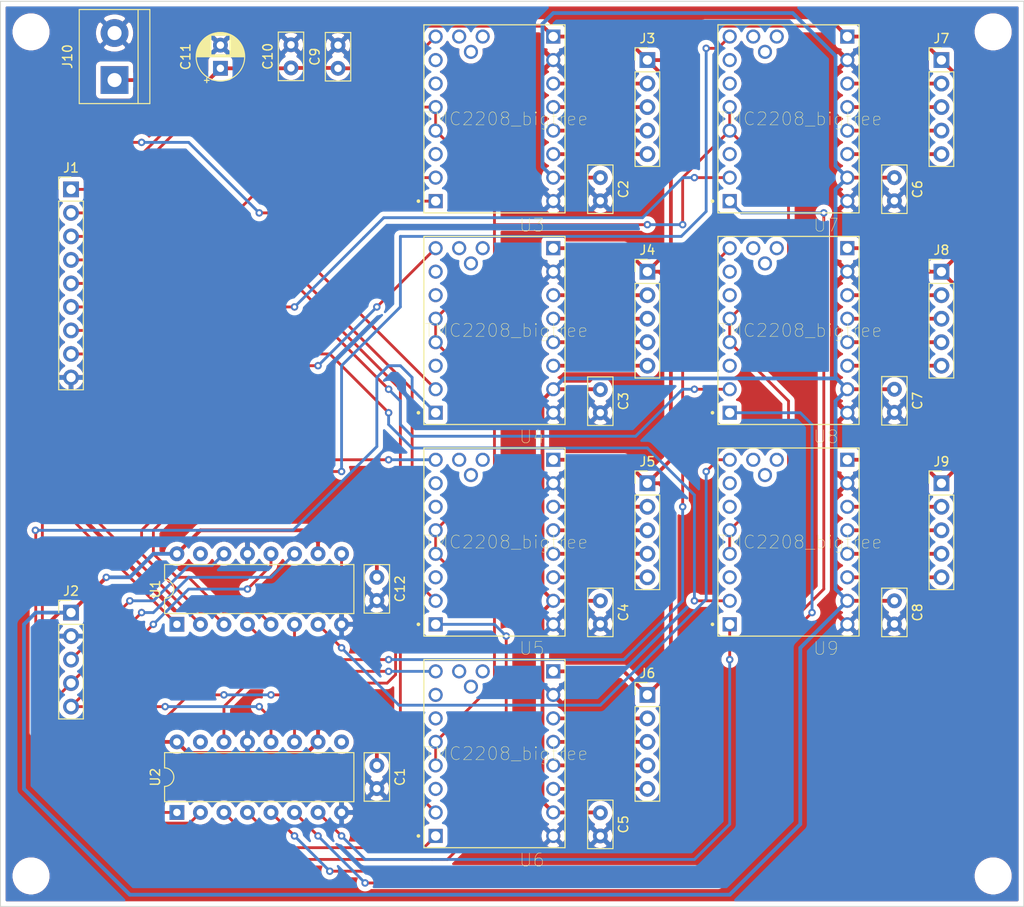
<source format=kicad_pcb>
(kicad_pcb (version 20171130) (host pcbnew "(5.1.10)-1")
  (layers (0 F.Cu signal) (31 B.Cu signal) (34 B.Paste user) (35 F.Paste user) (36 B.SilkS user) (37 F.SilkS user) (38 B.Mask user) (39 F.Mask user) (44 Edge.Cuts user))
  (net 0 "")
  (net 1 "Net-(C10-Pad1)")
  (net 2 "Net-(J1-Pad1)")
  (net 3 "Net-(J1-Pad2)")
  (net 4 "Net-(J1-Pad3)")
  (net 5 "Net-(J1-Pad4)")
  (net 6 "Net-(J1-Pad5)")
  (net 7 "Net-(J1-Pad6)")
  (net 8 "Net-(J1-Pad7)")
  (net 9 "Net-(J1-Pad8)")
  (net 10 "Net-(J2-Pad5)")
  (net 11 "Net-(J2-Pad4)")
  (net 12 "Net-(J2-Pad3)")
  (net 13 "Net-(J3-Pad2)")
  (net 14 "Net-(J3-Pad3)")
  (net 15 "Net-(J3-Pad4)")
  (net 16 "Net-(J3-Pad5)")
  (net 17 "Net-(J4-Pad2)")
  (net 18 "Net-(J4-Pad3)")
  (net 19 "Net-(J4-Pad4)")
  (net 20 "Net-(J4-Pad5)")
  (net 21 "Net-(J5-Pad5)")
  (net 22 "Net-(J5-Pad4)")
  (net 23 "Net-(J5-Pad3)")
  (net 24 "Net-(J5-Pad2)")
  (net 25 "Net-(J6-Pad2)")
  (net 26 "Net-(J6-Pad3)")
  (net 27 "Net-(J6-Pad4)")
  (net 28 "Net-(J6-Pad5)")
  (net 29 "Net-(J7-Pad5)")
  (net 30 "Net-(J7-Pad4)")
  (net 31 "Net-(J7-Pad3)")
  (net 32 "Net-(J7-Pad2)")
  (net 33 "Net-(J8-Pad2)")
  (net 34 "Net-(J8-Pad3)")
  (net 35 "Net-(J8-Pad4)")
  (net 36 "Net-(J8-Pad5)")
  (net 37 "Net-(J9-Pad5)")
  (net 38 "Net-(J9-Pad4)")
  (net 39 "Net-(J9-Pad3)")
  (net 40 "Net-(J9-Pad2)")
  (net 41 "Net-(U1-Pad15)")
  (net 42 "Net-(U1-Pad7)")
  (net 43 "Net-(U1-Pad6)")
  (net 44 "Net-(U1-Pad5)")
  (net 45 "Net-(U1-Pad4)")
  (net 46 "Net-(U1-Pad3)")
  (net 47 "Net-(U1-Pad2)")
  (net 48 "Net-(U1-Pad9)")
  (net 49 "Net-(U1-Pad1)")
  (net 50 "Net-(U2-Pad1)")
  (net 51 "Net-(U2-Pad9)")
  (net 52 "Net-(U2-Pad2)")
  (net 53 "Net-(U2-Pad3)")
  (net 54 "Net-(U2-Pad4)")
  (net 55 "Net-(U2-Pad5)")
  (net 56 "Net-(U2-Pad6)")
  (net 57 "Net-(U2-Pad7)")
  (net 58 "Net-(U2-Pad15)")
  (net 59 "Net-(U3-Pad11)")
  (net 60 "Net-(U3-Pad14)")
  (net 61 "Net-(U3-Pad15)")
  (net 62 "Net-(U4-Pad11)")
  (net 63 "Net-(U4-Pad14)")
  (net 64 "Net-(U4-Pad15)")
  (net 65 "Net-(U5-Pad11)")
  (net 66 "Net-(U5-Pad14)")
  (net 67 "Net-(U5-Pad15)")
  (net 68 "Net-(U6-Pad11)")
  (net 69 "Net-(U6-Pad14)")
  (net 70 "Net-(U6-Pad15)")
  (net 71 "Net-(U7-Pad11)")
  (net 72 "Net-(U7-Pad14)")
  (net 73 "Net-(U7-Pad15)")
  (net 74 "Net-(U8-Pad11)")
  (net 75 "Net-(U8-Pad14)")
  (net 76 "Net-(U8-Pad15)")
  (net 77 "Net-(U9-Pad11)")
  (net 78 "Net-(U9-Pad14)")
  (net 79 "Net-(U9-Pad15)")
  (net 80 GNDREF)
  (net 81 VCC)
  (module MountingHole:MountingHole_3mm (layer F.Cu) (at 57.912 105.918)
    (fp_text reference REF** hide)
    (fp_text value MountingHole_3mm)
    (pad 1 np_thru_hole circle (at 0 0) (size 3 3) (drill 3) (layers *.Cu *.Mask))
  )
  (module MountingHole:MountingHole_3mm (layer F.Cu) (at 161.798 105.918)
    (fp_text reference REF** hide)
    (fp_text value MountingHole_3mm)
    (pad 1 np_thru_hole circle (at 0 0) (size 3 3) (drill 3) (layers *.Cu *.Mask))
  )
  (module MountingHole:MountingHole_3mm (layer F.Cu) (at 161.798 14.732)
    (fp_text reference REF** hide)
    (fp_text value MountingHole_3mm)
    (pad 1 np_thru_hole circle (at 0 0) (size 3 3) (drill 3) (layers *.Cu *.Mask))
  )
  (module MountingHole:MountingHole_3mm (layer F.Cu) (at 57.912 14.732)
    (fp_text reference REF** hide)
    (fp_text value MountingHole_3mm)
    (pad 1 np_thru_hole circle (at 0 0) (size 3 3) (drill 3) (layers *.Cu *.Mask))
  )
  (module TMC2208_SILENTSTEPSTICK_UPDATE:TMC2208_SILENTSTEPSTICK_UPDATE (layer F.Cu) (at 139.7 46.99 180)
    (fp_text reference U8 (at -4.044 -11.489) (layer F.SilkS) (effects (font (size 1.4 1.4) (thickness 0.05))))
    (fp_text value TMC2208_bigtree (at -1.27 0) (layer F.SilkS) (effects (font (size 1.4 1.4) (thickness 0.05))))
    (pad VREF thru_hole circle (at 2.54 7.239 180) (size 1.524 1.524) (drill 1.016) (layers *.Cu *.Mask))
    (pad JP3_1 thru_hole circle (at 1.27 8.89 180) (size 1.524 1.524) (drill 1.016) (layers *.Cu *.Mask))
    (pad JP3_2 thru_hole circle (at 3.81 8.89 180) (size 1.524 1.524) (drill 1.016) (layers *.Cu *.Mask))
    (pad 9 thru_hole rect (at 6.35 -8.89 180) (size 1.524 1.524) (drill 1.016) (layers *.Cu *.Mask) (net 56 "Net-(U2-Pad6)"))
    (pad 10 thru_hole circle (at 6.35 -6.35 180) (size 1.524 1.524) (drill 1.016) (layers *.Cu *.Mask) (net 8 "Net-(J1-Pad7)"))
    (pad 11 thru_hole circle (at 6.35 -3.81 180) (size 1.524 1.524) (drill 1.016) (layers *.Cu *.Mask) (net 74 "Net-(U8-Pad11)"))
    (pad 12 thru_hole circle (at 6.35 -1.27 180) (size 1.524 1.524) (drill 1.016) (layers *.Cu *.Mask) (net 2 "Net-(J1-Pad1)"))
    (pad 13 thru_hole circle (at 6.35 1.27 180) (size 1.524 1.524) (drill 1.016) (layers *.Cu *.Mask) (net 2 "Net-(J1-Pad1)"))
    (pad 14 thru_hole circle (at 6.35 3.81 180) (size 1.524 1.524) (drill 1.016) (layers *.Cu *.Mask) (net 75 "Net-(U8-Pad14)"))
    (pad 15 thru_hole circle (at 6.35 6.35 180) (size 1.524 1.524) (drill 1.016) (layers *.Cu *.Mask) (net 76 "Net-(U8-Pad15)"))
    (pad 16 thru_hole circle (at 6.35 8.89 180) (size 1.524 1.524) (drill 1.016) (layers *.Cu *.Mask) (net 43 "Net-(U1-Pad6)"))
    (pad 8 thru_hole rect (at -6.35 8.89 180) (size 1.524 1.524) (drill 1.016) (layers *.Cu *.Mask) (net 1 "Net-(C10-Pad1)"))
    (pad 7 thru_hole circle (at -6.35 6.35 180) (size 1.524 1.524) (drill 1.016) (layers *.Cu *.Mask) (net 80 GNDREF))
    (pad 6 thru_hole circle (at -6.35 3.81 180) (size 1.524 1.524) (drill 1.016) (layers *.Cu *.Mask) (net 33 "Net-(J8-Pad2)"))
    (pad 5 thru_hole circle (at -6.35 1.27 180) (size 1.524 1.524) (drill 1.016) (layers *.Cu *.Mask) (net 34 "Net-(J8-Pad3)"))
    (pad 4 thru_hole circle (at -6.35 -1.27 180) (size 1.524 1.524) (drill 1.016) (layers *.Cu *.Mask) (net 35 "Net-(J8-Pad4)"))
    (pad 3 thru_hole circle (at -6.35 -3.81 180) (size 1.524 1.524) (drill 1.016) (layers *.Cu *.Mask) (net 36 "Net-(J8-Pad5)"))
    (pad 2 thru_hole circle (at -6.35 -6.35 180) (size 1.524 1.524) (drill 1.016) (layers *.Cu *.Mask) (net 81 VCC))
    (pad 1 thru_hole circle (at -6.35 -8.89 180) (size 1.524 1.524) (drill 1.016) (layers *.Cu *.Mask) (net 80 GNDREF))
  )
  (module TMC2208_SILENTSTEPSTICK_UPDATE:TMC2208_SILENTSTEPSTICK_UPDATE (layer F.Cu) (at 139.7 69.85 180)
    (fp_text reference U9 (at -4.044 -11.489) (layer F.SilkS) (effects (font (size 1.4 1.4) (thickness 0.05))))
    (fp_text value TMC2208_bigtree (at -1.27 0) (layer F.SilkS) (effects (font (size 1.4 1.4) (thickness 0.05))))
    (pad VREF thru_hole circle (at 2.54 7.239 180) (size 1.524 1.524) (drill 1.016) (layers *.Cu *.Mask))
    (pad JP3_1 thru_hole circle (at 1.27 8.89 180) (size 1.524 1.524) (drill 1.016) (layers *.Cu *.Mask))
    (pad JP3_2 thru_hole circle (at 3.81 8.89 180) (size 1.524 1.524) (drill 1.016) (layers *.Cu *.Mask))
    (pad 9 thru_hole rect (at 6.35 -8.89 180) (size 1.524 1.524) (drill 1.016) (layers *.Cu *.Mask) (net 57 "Net-(U2-Pad7)"))
    (pad 10 thru_hole circle (at 6.35 -6.35 180) (size 1.524 1.524) (drill 1.016) (layers *.Cu *.Mask) (net 9 "Net-(J1-Pad8)"))
    (pad 11 thru_hole circle (at 6.35 -3.81 180) (size 1.524 1.524) (drill 1.016) (layers *.Cu *.Mask) (net 77 "Net-(U9-Pad11)"))
    (pad 12 thru_hole circle (at 6.35 -1.27 180) (size 1.524 1.524) (drill 1.016) (layers *.Cu *.Mask) (net 2 "Net-(J1-Pad1)"))
    (pad 13 thru_hole circle (at 6.35 1.27 180) (size 1.524 1.524) (drill 1.016) (layers *.Cu *.Mask) (net 2 "Net-(J1-Pad1)"))
    (pad 14 thru_hole circle (at 6.35 3.81 180) (size 1.524 1.524) (drill 1.016) (layers *.Cu *.Mask) (net 78 "Net-(U9-Pad14)"))
    (pad 15 thru_hole circle (at 6.35 6.35 180) (size 1.524 1.524) (drill 1.016) (layers *.Cu *.Mask) (net 79 "Net-(U9-Pad15)"))
    (pad 16 thru_hole circle (at 6.35 8.89 180) (size 1.524 1.524) (drill 1.016) (layers *.Cu *.Mask) (net 42 "Net-(U1-Pad7)"))
    (pad 8 thru_hole rect (at -6.35 8.89 180) (size 1.524 1.524) (drill 1.016) (layers *.Cu *.Mask) (net 1 "Net-(C10-Pad1)"))
    (pad 7 thru_hole circle (at -6.35 6.35 180) (size 1.524 1.524) (drill 1.016) (layers *.Cu *.Mask) (net 80 GNDREF))
    (pad 6 thru_hole circle (at -6.35 3.81 180) (size 1.524 1.524) (drill 1.016) (layers *.Cu *.Mask) (net 40 "Net-(J9-Pad2)"))
    (pad 5 thru_hole circle (at -6.35 1.27 180) (size 1.524 1.524) (drill 1.016) (layers *.Cu *.Mask) (net 39 "Net-(J9-Pad3)"))
    (pad 4 thru_hole circle (at -6.35 -1.27 180) (size 1.524 1.524) (drill 1.016) (layers *.Cu *.Mask) (net 38 "Net-(J9-Pad4)"))
    (pad 3 thru_hole circle (at -6.35 -3.81 180) (size 1.524 1.524) (drill 1.016) (layers *.Cu *.Mask) (net 37 "Net-(J9-Pad5)"))
    (pad 2 thru_hole circle (at -6.35 -6.35 180) (size 1.524 1.524) (drill 1.016) (layers *.Cu *.Mask) (net 81 VCC))
    (pad 1 thru_hole circle (at -6.35 -8.89 180) (size 1.524 1.524) (drill 1.016) (layers *.Cu *.Mask) (net 80 GNDREF))
  )
  (module TMC2208_SILENTSTEPSTICK_UPDATE:TMC2208_SILENTSTEPSTICK_UPDATE (layer F.Cu) (at 139.7 24.13 180)
    (fp_text reference U7 (at -4.044 -11.489) (layer F.SilkS) (effects (font (size 1.4 1.4) (thickness 0.05))))
    (fp_text value TMC2208_bigtree (at -1.27 0) (layer F.SilkS) (effects (font (size 1.4 1.4) (thickness 0.05))))
    (pad VREF thru_hole circle (at 2.54 7.239 180) (size 1.524 1.524) (drill 1.016) (layers *.Cu *.Mask))
    (pad JP3_1 thru_hole circle (at 1.27 8.89 180) (size 1.524 1.524) (drill 1.016) (layers *.Cu *.Mask))
    (pad JP3_2 thru_hole circle (at 3.81 8.89 180) (size 1.524 1.524) (drill 1.016) (layers *.Cu *.Mask))
    (pad 9 thru_hole rect (at 6.35 -8.89 180) (size 1.524 1.524) (drill 1.016) (layers *.Cu *.Mask) (net 55 "Net-(U2-Pad5)"))
    (pad 10 thru_hole circle (at 6.35 -6.35 180) (size 1.524 1.524) (drill 1.016) (layers *.Cu *.Mask) (net 7 "Net-(J1-Pad6)"))
    (pad 11 thru_hole circle (at 6.35 -3.81 180) (size 1.524 1.524) (drill 1.016) (layers *.Cu *.Mask) (net 71 "Net-(U7-Pad11)"))
    (pad 12 thru_hole circle (at 6.35 -1.27 180) (size 1.524 1.524) (drill 1.016) (layers *.Cu *.Mask) (net 2 "Net-(J1-Pad1)"))
    (pad 13 thru_hole circle (at 6.35 1.27 180) (size 1.524 1.524) (drill 1.016) (layers *.Cu *.Mask) (net 2 "Net-(J1-Pad1)"))
    (pad 14 thru_hole circle (at 6.35 3.81 180) (size 1.524 1.524) (drill 1.016) (layers *.Cu *.Mask) (net 72 "Net-(U7-Pad14)"))
    (pad 15 thru_hole circle (at 6.35 6.35 180) (size 1.524 1.524) (drill 1.016) (layers *.Cu *.Mask) (net 73 "Net-(U7-Pad15)"))
    (pad 16 thru_hole circle (at 6.35 8.89 180) (size 1.524 1.524) (drill 1.016) (layers *.Cu *.Mask) (net 44 "Net-(U1-Pad5)"))
    (pad 8 thru_hole rect (at -6.35 8.89 180) (size 1.524 1.524) (drill 1.016) (layers *.Cu *.Mask) (net 1 "Net-(C10-Pad1)"))
    (pad 7 thru_hole circle (at -6.35 6.35 180) (size 1.524 1.524) (drill 1.016) (layers *.Cu *.Mask) (net 80 GNDREF))
    (pad 6 thru_hole circle (at -6.35 3.81 180) (size 1.524 1.524) (drill 1.016) (layers *.Cu *.Mask) (net 32 "Net-(J7-Pad2)"))
    (pad 5 thru_hole circle (at -6.35 1.27 180) (size 1.524 1.524) (drill 1.016) (layers *.Cu *.Mask) (net 31 "Net-(J7-Pad3)"))
    (pad 4 thru_hole circle (at -6.35 -1.27 180) (size 1.524 1.524) (drill 1.016) (layers *.Cu *.Mask) (net 30 "Net-(J7-Pad4)"))
    (pad 3 thru_hole circle (at -6.35 -3.81 180) (size 1.524 1.524) (drill 1.016) (layers *.Cu *.Mask) (net 29 "Net-(J7-Pad5)"))
    (pad 2 thru_hole circle (at -6.35 -6.35 180) (size 1.524 1.524) (drill 1.016) (layers *.Cu *.Mask) (net 81 VCC))
    (pad 1 thru_hole circle (at -6.35 -8.89 180) (size 1.524 1.524) (drill 1.016) (layers *.Cu *.Mask) (net 80 GNDREF))
  )
  (module TMC2208_SILENTSTEPSTICK_UPDATE:TMC2208_SILENTSTEPSTICK_UPDATE (layer F.Cu) (at 107.95 92.71 180)
    (fp_text reference U6 (at -4.044 -11.489) (layer F.SilkS) (effects (font (size 1.4 1.4) (thickness 0.05))))
    (fp_text value TMC2208_bigtree (at -1.27 0) (layer F.SilkS) (effects (font (size 1.4 1.4) (thickness 0.05))))
    (pad VREF thru_hole circle (at 2.54 7.239 180) (size 1.524 1.524) (drill 1.016) (layers *.Cu *.Mask))
    (pad JP3_1 thru_hole circle (at 1.27 8.89 180) (size 1.524 1.524) (drill 1.016) (layers *.Cu *.Mask))
    (pad JP3_2 thru_hole circle (at 3.81 8.89 180) (size 1.524 1.524) (drill 1.016) (layers *.Cu *.Mask))
    (pad 9 thru_hole rect (at 6.35 -8.89 180) (size 1.524 1.524) (drill 1.016) (layers *.Cu *.Mask) (net 54 "Net-(U2-Pad4)"))
    (pad 10 thru_hole circle (at 6.35 -6.35 180) (size 1.524 1.524) (drill 1.016) (layers *.Cu *.Mask) (net 6 "Net-(J1-Pad5)"))
    (pad 11 thru_hole circle (at 6.35 -3.81 180) (size 1.524 1.524) (drill 1.016) (layers *.Cu *.Mask) (net 68 "Net-(U6-Pad11)"))
    (pad 12 thru_hole circle (at 6.35 -1.27 180) (size 1.524 1.524) (drill 1.016) (layers *.Cu *.Mask) (net 2 "Net-(J1-Pad1)"))
    (pad 13 thru_hole circle (at 6.35 1.27 180) (size 1.524 1.524) (drill 1.016) (layers *.Cu *.Mask) (net 2 "Net-(J1-Pad1)"))
    (pad 14 thru_hole circle (at 6.35 3.81 180) (size 1.524 1.524) (drill 1.016) (layers *.Cu *.Mask) (net 69 "Net-(U6-Pad14)"))
    (pad 15 thru_hole circle (at 6.35 6.35 180) (size 1.524 1.524) (drill 1.016) (layers *.Cu *.Mask) (net 70 "Net-(U6-Pad15)"))
    (pad 16 thru_hole circle (at 6.35 8.89 180) (size 1.524 1.524) (drill 1.016) (layers *.Cu *.Mask) (net 45 "Net-(U1-Pad4)"))
    (pad 8 thru_hole rect (at -6.35 8.89 180) (size 1.524 1.524) (drill 1.016) (layers *.Cu *.Mask) (net 1 "Net-(C10-Pad1)"))
    (pad 7 thru_hole circle (at -6.35 6.35 180) (size 1.524 1.524) (drill 1.016) (layers *.Cu *.Mask) (net 80 GNDREF))
    (pad 6 thru_hole circle (at -6.35 3.81 180) (size 1.524 1.524) (drill 1.016) (layers *.Cu *.Mask) (net 25 "Net-(J6-Pad2)"))
    (pad 5 thru_hole circle (at -6.35 1.27 180) (size 1.524 1.524) (drill 1.016) (layers *.Cu *.Mask) (net 26 "Net-(J6-Pad3)"))
    (pad 4 thru_hole circle (at -6.35 -1.27 180) (size 1.524 1.524) (drill 1.016) (layers *.Cu *.Mask) (net 27 "Net-(J6-Pad4)"))
    (pad 3 thru_hole circle (at -6.35 -3.81 180) (size 1.524 1.524) (drill 1.016) (layers *.Cu *.Mask) (net 28 "Net-(J6-Pad5)"))
    (pad 2 thru_hole circle (at -6.35 -6.35 180) (size 1.524 1.524) (drill 1.016) (layers *.Cu *.Mask) (net 81 VCC))
    (pad 1 thru_hole circle (at -6.35 -8.89 180) (size 1.524 1.524) (drill 1.016) (layers *.Cu *.Mask) (net 80 GNDREF))
  )
  (module TMC2208_SILENTSTEPSTICK_UPDATE:TMC2208_SILENTSTEPSTICK_UPDATE (layer F.Cu) (at 107.95 69.85 180)
    (fp_text reference U5 (at -4.044 -11.489) (layer F.SilkS) (effects (font (size 1.4 1.4) (thickness 0.05))))
    (fp_text value TMC2208_bigtree (at -1.27 0) (layer F.SilkS) (effects (font (size 1.4 1.4) (thickness 0.05))))
    (pad VREF thru_hole circle (at 2.54 7.239 180) (size 1.524 1.524) (drill 1.016) (layers *.Cu *.Mask))
    (pad JP3_1 thru_hole circle (at 1.27 8.89 180) (size 1.524 1.524) (drill 1.016) (layers *.Cu *.Mask))
    (pad JP3_2 thru_hole circle (at 3.81 8.89 180) (size 1.524 1.524) (drill 1.016) (layers *.Cu *.Mask))
    (pad 9 thru_hole rect (at 6.35 -8.89 180) (size 1.524 1.524) (drill 1.016) (layers *.Cu *.Mask) (net 53 "Net-(U2-Pad3)"))
    (pad 10 thru_hole circle (at 6.35 -6.35 180) (size 1.524 1.524) (drill 1.016) (layers *.Cu *.Mask) (net 5 "Net-(J1-Pad4)"))
    (pad 11 thru_hole circle (at 6.35 -3.81 180) (size 1.524 1.524) (drill 1.016) (layers *.Cu *.Mask) (net 65 "Net-(U5-Pad11)"))
    (pad 12 thru_hole circle (at 6.35 -1.27 180) (size 1.524 1.524) (drill 1.016) (layers *.Cu *.Mask) (net 2 "Net-(J1-Pad1)"))
    (pad 13 thru_hole circle (at 6.35 1.27 180) (size 1.524 1.524) (drill 1.016) (layers *.Cu *.Mask) (net 2 "Net-(J1-Pad1)"))
    (pad 14 thru_hole circle (at 6.35 3.81 180) (size 1.524 1.524) (drill 1.016) (layers *.Cu *.Mask) (net 66 "Net-(U5-Pad14)"))
    (pad 15 thru_hole circle (at 6.35 6.35 180) (size 1.524 1.524) (drill 1.016) (layers *.Cu *.Mask) (net 67 "Net-(U5-Pad15)"))
    (pad 16 thru_hole circle (at 6.35 8.89 180) (size 1.524 1.524) (drill 1.016) (layers *.Cu *.Mask) (net 46 "Net-(U1-Pad3)"))
    (pad 8 thru_hole rect (at -6.35 8.89 180) (size 1.524 1.524) (drill 1.016) (layers *.Cu *.Mask) (net 1 "Net-(C10-Pad1)"))
    (pad 7 thru_hole circle (at -6.35 6.35 180) (size 1.524 1.524) (drill 1.016) (layers *.Cu *.Mask) (net 80 GNDREF))
    (pad 6 thru_hole circle (at -6.35 3.81 180) (size 1.524 1.524) (drill 1.016) (layers *.Cu *.Mask) (net 24 "Net-(J5-Pad2)"))
    (pad 5 thru_hole circle (at -6.35 1.27 180) (size 1.524 1.524) (drill 1.016) (layers *.Cu *.Mask) (net 23 "Net-(J5-Pad3)"))
    (pad 4 thru_hole circle (at -6.35 -1.27 180) (size 1.524 1.524) (drill 1.016) (layers *.Cu *.Mask) (net 22 "Net-(J5-Pad4)"))
    (pad 3 thru_hole circle (at -6.35 -3.81 180) (size 1.524 1.524) (drill 1.016) (layers *.Cu *.Mask) (net 21 "Net-(J5-Pad5)"))
    (pad 2 thru_hole circle (at -6.35 -6.35 180) (size 1.524 1.524) (drill 1.016) (layers *.Cu *.Mask) (net 81 VCC))
    (pad 1 thru_hole circle (at -6.35 -8.89 180) (size 1.524 1.524) (drill 1.016) (layers *.Cu *.Mask) (net 80 GNDREF))
  )
  (module TMC2208_SILENTSTEPSTICK_UPDATE:TMC2208_SILENTSTEPSTICK_UPDATE (layer F.Cu) (at 107.95 46.99 180)
    (fp_text reference U4 (at -4.044 -11.489) (layer F.SilkS) (effects (font (size 1.4 1.4) (thickness 0.05))))
    (fp_text value TMC2208_bigtree (at -1.27 0) (layer F.SilkS) (effects (font (size 1.4 1.4) (thickness 0.05))))
    (pad VREF thru_hole circle (at 2.54 7.239 180) (size 1.524 1.524) (drill 1.016) (layers *.Cu *.Mask))
    (pad JP3_1 thru_hole circle (at 1.27 8.89 180) (size 1.524 1.524) (drill 1.016) (layers *.Cu *.Mask))
    (pad JP3_2 thru_hole circle (at 3.81 8.89 180) (size 1.524 1.524) (drill 1.016) (layers *.Cu *.Mask))
    (pad 9 thru_hole rect (at 6.35 -8.89 180) (size 1.524 1.524) (drill 1.016) (layers *.Cu *.Mask) (net 52 "Net-(U2-Pad2)"))
    (pad 10 thru_hole circle (at 6.35 -6.35 180) (size 1.524 1.524) (drill 1.016) (layers *.Cu *.Mask) (net 4 "Net-(J1-Pad3)"))
    (pad 11 thru_hole circle (at 6.35 -3.81 180) (size 1.524 1.524) (drill 1.016) (layers *.Cu *.Mask) (net 62 "Net-(U4-Pad11)"))
    (pad 12 thru_hole circle (at 6.35 -1.27 180) (size 1.524 1.524) (drill 1.016) (layers *.Cu *.Mask) (net 2 "Net-(J1-Pad1)"))
    (pad 13 thru_hole circle (at 6.35 1.27 180) (size 1.524 1.524) (drill 1.016) (layers *.Cu *.Mask) (net 2 "Net-(J1-Pad1)"))
    (pad 14 thru_hole circle (at 6.35 3.81 180) (size 1.524 1.524) (drill 1.016) (layers *.Cu *.Mask) (net 63 "Net-(U4-Pad14)"))
    (pad 15 thru_hole circle (at 6.35 6.35 180) (size 1.524 1.524) (drill 1.016) (layers *.Cu *.Mask) (net 64 "Net-(U4-Pad15)"))
    (pad 16 thru_hole circle (at 6.35 8.89 180) (size 1.524 1.524) (drill 1.016) (layers *.Cu *.Mask) (net 47 "Net-(U1-Pad2)"))
    (pad 8 thru_hole rect (at -6.35 8.89 180) (size 1.524 1.524) (drill 1.016) (layers *.Cu *.Mask) (net 1 "Net-(C10-Pad1)"))
    (pad 7 thru_hole circle (at -6.35 6.35 180) (size 1.524 1.524) (drill 1.016) (layers *.Cu *.Mask) (net 80 GNDREF))
    (pad 6 thru_hole circle (at -6.35 3.81 180) (size 1.524 1.524) (drill 1.016) (layers *.Cu *.Mask) (net 17 "Net-(J4-Pad2)"))
    (pad 5 thru_hole circle (at -6.35 1.27 180) (size 1.524 1.524) (drill 1.016) (layers *.Cu *.Mask) (net 18 "Net-(J4-Pad3)"))
    (pad 4 thru_hole circle (at -6.35 -1.27 180) (size 1.524 1.524) (drill 1.016) (layers *.Cu *.Mask) (net 19 "Net-(J4-Pad4)"))
    (pad 3 thru_hole circle (at -6.35 -3.81 180) (size 1.524 1.524) (drill 1.016) (layers *.Cu *.Mask) (net 20 "Net-(J4-Pad5)"))
    (pad 2 thru_hole circle (at -6.35 -6.35 180) (size 1.524 1.524) (drill 1.016) (layers *.Cu *.Mask) (net 81 VCC))
    (pad 1 thru_hole circle (at -6.35 -8.89 180) (size 1.524 1.524) (drill 1.016) (layers *.Cu *.Mask) (net 80 GNDREF))
  )
  (module TMC2208_SILENTSTEPSTICK_UPDATE:TMC2208_SILENTSTEPSTICK_UPDATE (layer F.Cu) (at 107.95 24.13 180)
    (fp_text reference U3 (at -4.044 -11.489) (layer F.SilkS) (effects (font (size 1.4 1.4) (thickness 0.05))))
    (fp_text value TMC2208_bigtree (at -1.27 0) (layer F.SilkS) (effects (font (size 1.4 1.4) (thickness 0.05))))
    (pad VREF thru_hole circle (at 2.54 7.239 180) (size 1.524 1.524) (drill 1.016) (layers *.Cu *.Mask))
    (pad JP3_1 thru_hole circle (at 1.27 8.89 180) (size 1.524 1.524) (drill 1.016) (layers *.Cu *.Mask))
    (pad JP3_2 thru_hole circle (at 3.81 8.89 180) (size 1.524 1.524) (drill 1.016) (layers *.Cu *.Mask))
    (pad 9 thru_hole rect (at 6.35 -8.89 180) (size 1.524 1.524) (drill 1.016) (layers *.Cu *.Mask) (net 50 "Net-(U2-Pad1)"))
    (pad 10 thru_hole circle (at 6.35 -6.35 180) (size 1.524 1.524) (drill 1.016) (layers *.Cu *.Mask) (net 3 "Net-(J1-Pad2)"))
    (pad 11 thru_hole circle (at 6.35 -3.81 180) (size 1.524 1.524) (drill 1.016) (layers *.Cu *.Mask) (net 59 "Net-(U3-Pad11)"))
    (pad 12 thru_hole circle (at 6.35 -1.27 180) (size 1.524 1.524) (drill 1.016) (layers *.Cu *.Mask) (net 2 "Net-(J1-Pad1)"))
    (pad 13 thru_hole circle (at 6.35 1.27 180) (size 1.524 1.524) (drill 1.016) (layers *.Cu *.Mask) (net 2 "Net-(J1-Pad1)"))
    (pad 14 thru_hole circle (at 6.35 3.81 180) (size 1.524 1.524) (drill 1.016) (layers *.Cu *.Mask) (net 60 "Net-(U3-Pad14)"))
    (pad 15 thru_hole circle (at 6.35 6.35 180) (size 1.524 1.524) (drill 1.016) (layers *.Cu *.Mask) (net 61 "Net-(U3-Pad15)"))
    (pad 16 thru_hole circle (at 6.35 8.89 180) (size 1.524 1.524) (drill 1.016) (layers *.Cu *.Mask) (net 49 "Net-(U1-Pad1)"))
    (pad 8 thru_hole rect (at -6.35 8.89 180) (size 1.524 1.524) (drill 1.016) (layers *.Cu *.Mask) (net 1 "Net-(C10-Pad1)"))
    (pad 7 thru_hole circle (at -6.35 6.35 180) (size 1.524 1.524) (drill 1.016) (layers *.Cu *.Mask) (net 80 GNDREF))
    (pad 6 thru_hole circle (at -6.35 3.81 180) (size 1.524 1.524) (drill 1.016) (layers *.Cu *.Mask) (net 13 "Net-(J3-Pad2)"))
    (pad 5 thru_hole circle (at -6.35 1.27 180) (size 1.524 1.524) (drill 1.016) (layers *.Cu *.Mask) (net 14 "Net-(J3-Pad3)"))
    (pad 4 thru_hole circle (at -6.35 -1.27 180) (size 1.524 1.524) (drill 1.016) (layers *.Cu *.Mask) (net 15 "Net-(J3-Pad4)"))
    (pad 3 thru_hole circle (at -6.35 -3.81 180) (size 1.524 1.524) (drill 1.016) (layers *.Cu *.Mask) (net 16 "Net-(J3-Pad5)"))
    (pad 2 thru_hole circle (at -6.35 -6.35 180) (size 1.524 1.524) (drill 1.016) (layers *.Cu *.Mask) (net 81 VCC))
    (pad 1 thru_hole circle (at -6.35 -8.89 180) (size 1.524 1.524) (drill 1.016) (layers *.Cu *.Mask) (net 80 GNDREF))
  )
  (module Capacitor_THT:C_Disc_D5.0mm_W2.5mm_P2.50mm (layer F.Cu) (at 95.25 93.98 270)
    (fp_text reference C1 (at 1.25 -2.5 90) (layer F.SilkS))
    (fp_text value 0.1uF)
    (pad 2 thru_hole circle (at 2.5 0 270) (size 1.6 1.6) (drill 0.8) (layers *.Cu *.Mask) (net 80 GNDREF))
    (pad 1 thru_hole circle (at 0 0 270) (size 1.6 1.6) (drill 0.8) (layers *.Cu *.Mask) (net 81 VCC))
  )
  (module Capacitor_THT:C_Disc_D5.0mm_W2.5mm_P2.50mm (layer F.Cu) (at 119.38 30.48 270)
    (fp_text reference C2 (at 1.25 -2.5 90) (layer F.SilkS))
    (fp_text value 0.1uF)
    (pad 1 thru_hole circle (at 0 0 270) (size 1.6 1.6) (drill 0.8) (layers *.Cu *.Mask) (net 81 VCC))
    (pad 2 thru_hole circle (at 2.5 0 270) (size 1.6 1.6) (drill 0.8) (layers *.Cu *.Mask) (net 80 GNDREF))
  )
  (module Capacitor_THT:C_Disc_D5.0mm_W2.5mm_P2.50mm (layer F.Cu) (at 119.38 53.38 270)
    (fp_text reference C3 (at 1.25 -2.5 90) (layer F.SilkS))
    (fp_text value 0.1uF)
    (pad 2 thru_hole circle (at 2.5 0 270) (size 1.6 1.6) (drill 0.8) (layers *.Cu *.Mask) (net 80 GNDREF))
    (pad 1 thru_hole circle (at 0 0 270) (size 1.6 1.6) (drill 0.8) (layers *.Cu *.Mask) (net 81 VCC))
  )
  (module Capacitor_THT:C_Disc_D5.0mm_W2.5mm_P2.50mm (layer F.Cu) (at 119.38 76.2 270)
    (fp_text reference C4 (at 1.25 -2.5 90) (layer F.SilkS))
    (fp_text value 0.1uF)
    (pad 1 thru_hole circle (at 0 0 270) (size 1.6 1.6) (drill 0.8) (layers *.Cu *.Mask) (net 81 VCC))
    (pad 2 thru_hole circle (at 2.5 0 270) (size 1.6 1.6) (drill 0.8) (layers *.Cu *.Mask) (net 80 GNDREF))
  )
  (module Capacitor_THT:C_Disc_D5.0mm_W2.5mm_P2.50mm (layer F.Cu) (at 119.38 99.1 270)
    (fp_text reference C5 (at 1.25 -2.5 90) (layer F.SilkS))
    (fp_text value 0.1uF)
    (pad 1 thru_hole circle (at 0 0 270) (size 1.6 1.6) (drill 0.8) (layers *.Cu *.Mask) (net 81 VCC))
    (pad 2 thru_hole circle (at 2.5 0 270) (size 1.6 1.6) (drill 0.8) (layers *.Cu *.Mask) (net 80 GNDREF))
  )
  (module Capacitor_THT:C_Disc_D5.0mm_W2.5mm_P2.50mm (layer F.Cu) (at 151.13 30.48 270)
    (fp_text reference C6 (at 1.25 -2.5 90) (layer F.SilkS))
    (fp_text value 0.1uF)
    (pad 2 thru_hole circle (at 2.5 0 270) (size 1.6 1.6) (drill 0.8) (layers *.Cu *.Mask) (net 80 GNDREF))
    (pad 1 thru_hole circle (at 0 0 270) (size 1.6 1.6) (drill 0.8) (layers *.Cu *.Mask) (net 81 VCC))
  )
  (module Capacitor_THT:C_Disc_D5.0mm_W2.5mm_P2.50mm (layer F.Cu) (at 151.13 53.34 270)
    (fp_text reference C7 (at 1.25 -2.5 90) (layer F.SilkS))
    (fp_text value 0.1uF)
    (pad 1 thru_hole circle (at 0 0 270) (size 1.6 1.6) (drill 0.8) (layers *.Cu *.Mask) (net 81 VCC))
    (pad 2 thru_hole circle (at 2.5 0 270) (size 1.6 1.6) (drill 0.8) (layers *.Cu *.Mask) (net 80 GNDREF))
  )
  (module Capacitor_THT:C_Disc_D5.0mm_W2.5mm_P2.50mm (layer F.Cu) (at 151.13 76.2 270)
    (fp_text reference C8 (at 1.25 -2.5 90) (layer F.SilkS))
    (fp_text value 0.1uF)
    (pad 2 thru_hole circle (at 2.5 0 270) (size 1.6 1.6) (drill 0.8) (layers *.Cu *.Mask) (net 80 GNDREF))
    (pad 1 thru_hole circle (at 0 0 270) (size 1.6 1.6) (drill 0.8) (layers *.Cu *.Mask) (net 81 VCC))
  )
  (module Capacitor_THT:C_Disc_D5.0mm_W2.5mm_P2.50mm (layer F.Cu) (at 91.059 18.669 90)
    (fp_text reference C9 (at 1.25 -2.5 90) (layer F.SilkS))
    (fp_text value 0.1uF)
    (pad 1 thru_hole circle (at 0 0 90) (size 1.6 1.6) (drill 0.8) (layers *.Cu *.Mask) (net 1 "Net-(C10-Pad1)"))
    (pad 2 thru_hole circle (at 2.5 0 90) (size 1.6 1.6) (drill 0.8) (layers *.Cu *.Mask) (net 80 GNDREF))
  )
  (module Capacitor_THT:C_Disc_D5.0mm_W2.5mm_P2.50mm (layer F.Cu) (at 85.979 18.629 90)
    (fp_text reference C10 (at 1.25 -2.5 90) (layer F.SilkS))
    (fp_text value 0.1uF)
    (pad 2 thru_hole circle (at 2.5 0 90) (size 1.6 1.6) (drill 0.8) (layers *.Cu *.Mask) (net 80 GNDREF))
    (pad 1 thru_hole circle (at 0 0 90) (size 1.6 1.6) (drill 0.8) (layers *.Cu *.Mask) (net 1 "Net-(C10-Pad1)"))
  )
  (module Capacitor_THT:CP_Radial_D5.0mm_P2.50mm (layer F.Cu) (at 78.359 18.669 90)
    (fp_text reference C11 (at 1.25 -3.75 90) (layer F.SilkS))
    (fp_text value 100uF)
    (pad 1 thru_hole rect (at 0 0 90) (size 1.6 1.6) (drill 0.8) (layers *.Cu *.Mask) (net 1 "Net-(C10-Pad1)"))
    (pad 2 thru_hole circle (at 2.5 0 90) (size 1.6 1.6) (drill 0.8) (layers *.Cu *.Mask) (net 80 GNDREF))
  )
  (module Connector_PinHeader_2.54mm:PinHeader_1x09_P2.54mm_Vertical (layer F.Cu) (at 62.23 31.75)
    (fp_text reference J1 (at 0 -2.33) (layer F.SilkS))
    (fp_text value Conn_01x09)
    (pad 1 thru_hole rect (at 0 0) (size 1.7 1.7) (drill 1) (layers *.Cu *.Mask) (net 2 "Net-(J1-Pad1)"))
    (pad 2 thru_hole oval (at 0 2.54) (size 1.7 1.7) (drill 1) (layers *.Cu *.Mask) (net 3 "Net-(J1-Pad2)"))
    (pad 3 thru_hole oval (at 0 5.08) (size 1.7 1.7) (drill 1) (layers *.Cu *.Mask) (net 4 "Net-(J1-Pad3)"))
    (pad 4 thru_hole oval (at 0 7.62) (size 1.7 1.7) (drill 1) (layers *.Cu *.Mask) (net 5 "Net-(J1-Pad4)"))
    (pad 5 thru_hole oval (at 0 10.16) (size 1.7 1.7) (drill 1) (layers *.Cu *.Mask) (net 6 "Net-(J1-Pad5)"))
    (pad 6 thru_hole oval (at 0 12.7) (size 1.7 1.7) (drill 1) (layers *.Cu *.Mask) (net 7 "Net-(J1-Pad6)"))
    (pad 7 thru_hole oval (at 0 15.24) (size 1.7 1.7) (drill 1) (layers *.Cu *.Mask) (net 8 "Net-(J1-Pad7)"))
    (pad 8 thru_hole oval (at 0 17.78) (size 1.7 1.7) (drill 1) (layers *.Cu *.Mask) (net 9 "Net-(J1-Pad8)"))
    (pad 9 thru_hole oval (at 0 20.32) (size 1.7 1.7) (drill 1) (layers *.Cu *.Mask) (net 80 GNDREF))
  )
  (module Connector_PinHeader_2.54mm:PinHeader_1x05_P2.54mm_Vertical (layer F.Cu) (at 62.23 77.47)
    (fp_text reference J2 (at 0 -2.33) (layer F.SilkS))
    (fp_text value Conn_01x05)
    (pad 5 thru_hole oval (at 0 10.16) (size 1.7 1.7) (drill 1) (layers *.Cu *.Mask) (net 10 "Net-(J2-Pad5)"))
    (pad 4 thru_hole oval (at 0 7.62) (size 1.7 1.7) (drill 1) (layers *.Cu *.Mask) (net 11 "Net-(J2-Pad4)"))
    (pad 3 thru_hole oval (at 0 5.08) (size 1.7 1.7) (drill 1) (layers *.Cu *.Mask) (net 12 "Net-(J2-Pad3)"))
    (pad 2 thru_hole oval (at 0 2.54) (size 1.7 1.7) (drill 1) (layers *.Cu *.Mask) (net 80 GNDREF))
    (pad 1 thru_hole rect (at 0 0) (size 1.7 1.7) (drill 1) (layers *.Cu *.Mask) (net 81 VCC))
  )
  (module Connector_PinHeader_2.54mm:PinHeader_1x05_P2.54mm_Vertical (layer F.Cu) (at 124.46 17.78)
    (fp_text reference J3 (at 0 -2.33) (layer F.SilkS))
    (fp_text value Screw_Terminal_01x05)
    (pad 1 thru_hole rect (at 0 0) (size 1.7 1.7) (drill 1) (layers *.Cu *.Mask) (net 1 "Net-(C10-Pad1)"))
    (pad 2 thru_hole oval (at 0 2.54) (size 1.7 1.7) (drill 1) (layers *.Cu *.Mask) (net 13 "Net-(J3-Pad2)"))
    (pad 3 thru_hole oval (at 0 5.08) (size 1.7 1.7) (drill 1) (layers *.Cu *.Mask) (net 14 "Net-(J3-Pad3)"))
    (pad 4 thru_hole oval (at 0 7.62) (size 1.7 1.7) (drill 1) (layers *.Cu *.Mask) (net 15 "Net-(J3-Pad4)"))
    (pad 5 thru_hole oval (at 0 10.16) (size 1.7 1.7) (drill 1) (layers *.Cu *.Mask) (net 16 "Net-(J3-Pad5)"))
  )
  (module Connector_PinHeader_2.54mm:PinHeader_1x05_P2.54mm_Vertical (layer F.Cu) (at 124.46 40.64)
    (fp_text reference J4 (at 0 -2.33) (layer F.SilkS))
    (fp_text value Screw_Terminal_01x05)
    (pad 1 thru_hole rect (at 0 0) (size 1.7 1.7) (drill 1) (layers *.Cu *.Mask) (net 1 "Net-(C10-Pad1)"))
    (pad 2 thru_hole oval (at 0 2.54) (size 1.7 1.7) (drill 1) (layers *.Cu *.Mask) (net 17 "Net-(J4-Pad2)"))
    (pad 3 thru_hole oval (at 0 5.08) (size 1.7 1.7) (drill 1) (layers *.Cu *.Mask) (net 18 "Net-(J4-Pad3)"))
    (pad 4 thru_hole oval (at 0 7.62) (size 1.7 1.7) (drill 1) (layers *.Cu *.Mask) (net 19 "Net-(J4-Pad4)"))
    (pad 5 thru_hole oval (at 0 10.16) (size 1.7 1.7) (drill 1) (layers *.Cu *.Mask) (net 20 "Net-(J4-Pad5)"))
  )
  (module Connector_PinHeader_2.54mm:PinHeader_1x05_P2.54mm_Vertical (layer F.Cu) (at 124.46 63.5)
    (fp_text reference J5 (at 0 -2.33) (layer F.SilkS))
    (fp_text value Screw_Terminal_01x05)
    (pad 5 thru_hole oval (at 0 10.16) (size 1.7 1.7) (drill 1) (layers *.Cu *.Mask) (net 21 "Net-(J5-Pad5)"))
    (pad 4 thru_hole oval (at 0 7.62) (size 1.7 1.7) (drill 1) (layers *.Cu *.Mask) (net 22 "Net-(J5-Pad4)"))
    (pad 3 thru_hole oval (at 0 5.08) (size 1.7 1.7) (drill 1) (layers *.Cu *.Mask) (net 23 "Net-(J5-Pad3)"))
    (pad 2 thru_hole oval (at 0 2.54) (size 1.7 1.7) (drill 1) (layers *.Cu *.Mask) (net 24 "Net-(J5-Pad2)"))
    (pad 1 thru_hole rect (at 0 0) (size 1.7 1.7) (drill 1) (layers *.Cu *.Mask) (net 1 "Net-(C10-Pad1)"))
  )
  (module Connector_PinHeader_2.54mm:PinHeader_1x05_P2.54mm_Vertical (layer F.Cu) (at 124.46 86.36)
    (fp_text reference J6 (at 0 -2.33) (layer F.SilkS))
    (fp_text value Screw_Terminal_01x05)
    (pad 1 thru_hole rect (at 0 0) (size 1.7 1.7) (drill 1) (layers *.Cu *.Mask) (net 1 "Net-(C10-Pad1)"))
    (pad 2 thru_hole oval (at 0 2.54) (size 1.7 1.7) (drill 1) (layers *.Cu *.Mask) (net 25 "Net-(J6-Pad2)"))
    (pad 3 thru_hole oval (at 0 5.08) (size 1.7 1.7) (drill 1) (layers *.Cu *.Mask) (net 26 "Net-(J6-Pad3)"))
    (pad 4 thru_hole oval (at 0 7.62) (size 1.7 1.7) (drill 1) (layers *.Cu *.Mask) (net 27 "Net-(J6-Pad4)"))
    (pad 5 thru_hole oval (at 0 10.16) (size 1.7 1.7) (drill 1) (layers *.Cu *.Mask) (net 28 "Net-(J6-Pad5)"))
  )
  (module Connector_PinHeader_2.54mm:PinHeader_1x05_P2.54mm_Vertical (layer F.Cu) (at 156.21 17.78)
    (fp_text reference J7 (at 0 -2.33) (layer F.SilkS))
    (fp_text value Screw_Terminal_01x05)
    (pad 5 thru_hole oval (at 0 10.16) (size 1.7 1.7) (drill 1) (layers *.Cu *.Mask) (net 29 "Net-(J7-Pad5)"))
    (pad 4 thru_hole oval (at 0 7.62) (size 1.7 1.7) (drill 1) (layers *.Cu *.Mask) (net 30 "Net-(J7-Pad4)"))
    (pad 3 thru_hole oval (at 0 5.08) (size 1.7 1.7) (drill 1) (layers *.Cu *.Mask) (net 31 "Net-(J7-Pad3)"))
    (pad 2 thru_hole oval (at 0 2.54) (size 1.7 1.7) (drill 1) (layers *.Cu *.Mask) (net 32 "Net-(J7-Pad2)"))
    (pad 1 thru_hole rect (at 0 0) (size 1.7 1.7) (drill 1) (layers *.Cu *.Mask) (net 1 "Net-(C10-Pad1)"))
  )
  (module Connector_PinHeader_2.54mm:PinHeader_1x05_P2.54mm_Vertical (layer F.Cu) (at 156.21 40.64)
    (fp_text reference J8 (at 0 -2.33) (layer F.SilkS))
    (fp_text value Screw_Terminal_01x05)
    (pad 1 thru_hole rect (at 0 0) (size 1.7 1.7) (drill 1) (layers *.Cu *.Mask) (net 1 "Net-(C10-Pad1)"))
    (pad 2 thru_hole oval (at 0 2.54) (size 1.7 1.7) (drill 1) (layers *.Cu *.Mask) (net 33 "Net-(J8-Pad2)"))
    (pad 3 thru_hole oval (at 0 5.08) (size 1.7 1.7) (drill 1) (layers *.Cu *.Mask) (net 34 "Net-(J8-Pad3)"))
    (pad 4 thru_hole oval (at 0 7.62) (size 1.7 1.7) (drill 1) (layers *.Cu *.Mask) (net 35 "Net-(J8-Pad4)"))
    (pad 5 thru_hole oval (at 0 10.16) (size 1.7 1.7) (drill 1) (layers *.Cu *.Mask) (net 36 "Net-(J8-Pad5)"))
  )
  (module Connector_PinHeader_2.54mm:PinHeader_1x05_P2.54mm_Vertical (layer F.Cu) (at 156.21 63.5)
    (fp_text reference J9 (at 0 -2.33) (layer F.SilkS))
    (fp_text value Screw_Terminal_01x05)
    (pad 5 thru_hole oval (at 0 10.16) (size 1.7 1.7) (drill 1) (layers *.Cu *.Mask) (net 37 "Net-(J9-Pad5)"))
    (pad 4 thru_hole oval (at 0 7.62) (size 1.7 1.7) (drill 1) (layers *.Cu *.Mask) (net 38 "Net-(J9-Pad4)"))
    (pad 3 thru_hole oval (at 0 5.08) (size 1.7 1.7) (drill 1) (layers *.Cu *.Mask) (net 39 "Net-(J9-Pad3)"))
    (pad 2 thru_hole oval (at 0 2.54) (size 1.7 1.7) (drill 1) (layers *.Cu *.Mask) (net 40 "Net-(J9-Pad2)"))
    (pad 1 thru_hole rect (at 0 0) (size 1.7 1.7) (drill 1) (layers *.Cu *.Mask) (net 1 "Net-(C10-Pad1)"))
  )
  (module TerminalBlock:TerminalBlock_bornier-2_P5.08mm (layer F.Cu) (at 66.929 19.939 90)
    (fp_text reference J10 (at 2.54 -5.08 90) (layer F.SilkS))
    (fp_text value Screw_Terminal_01x02)
    (pad 1 thru_hole rect (at 0 0 90) (size 3 3) (drill 1.52) (layers *.Cu *.Mask) (net 1 "Net-(C10-Pad1)"))
    (pad 2 thru_hole circle (at 5.08 0 90) (size 3 3) (drill 1.52) (layers *.Cu *.Mask) (net 80 GNDREF))
  )
  (module Package_DIP:DIP-16_W7.62mm (layer F.Cu) (at 73.66 78.74 90)
    (fp_text reference U1 (at 3.81 -2.33 90) (layer F.SilkS))
    (fp_text value 74HC595)
    (pad 16 thru_hole oval (at 7.62 0 90) (size 1.6 1.6) (drill 0.8) (layers *.Cu *.Mask) (net 81 VCC))
    (pad 8 thru_hole oval (at 0 17.78 90) (size 1.6 1.6) (drill 0.8) (layers *.Cu *.Mask) (net 80 GNDREF))
    (pad 15 thru_hole oval (at 7.62 2.54 90) (size 1.6 1.6) (drill 0.8) (layers *.Cu *.Mask) (net 41 "Net-(U1-Pad15)"))
    (pad 7 thru_hole oval (at 0 15.24 90) (size 1.6 1.6) (drill 0.8) (layers *.Cu *.Mask) (net 42 "Net-(U1-Pad7)"))
    (pad 14 thru_hole oval (at 7.62 5.08 90) (size 1.6 1.6) (drill 0.8) (layers *.Cu *.Mask) (net 12 "Net-(J2-Pad3)"))
    (pad 6 thru_hole oval (at 0 12.7 90) (size 1.6 1.6) (drill 0.8) (layers *.Cu *.Mask) (net 43 "Net-(U1-Pad6)"))
    (pad 13 thru_hole oval (at 7.62 7.62 90) (size 1.6 1.6) (drill 0.8) (layers *.Cu *.Mask) (net 80 GNDREF))
    (pad 5 thru_hole oval (at 0 10.16 90) (size 1.6 1.6) (drill 0.8) (layers *.Cu *.Mask) (net 44 "Net-(U1-Pad5)"))
    (pad 12 thru_hole oval (at 7.62 10.16 90) (size 1.6 1.6) (drill 0.8) (layers *.Cu *.Mask) (net 10 "Net-(J2-Pad5)"))
    (pad 4 thru_hole oval (at 0 7.62 90) (size 1.6 1.6) (drill 0.8) (layers *.Cu *.Mask) (net 45 "Net-(U1-Pad4)"))
    (pad 11 thru_hole oval (at 7.62 12.7 90) (size 1.6 1.6) (drill 0.8) (layers *.Cu *.Mask) (net 11 "Net-(J2-Pad4)"))
    (pad 3 thru_hole oval (at 0 5.08 90) (size 1.6 1.6) (drill 0.8) (layers *.Cu *.Mask) (net 46 "Net-(U1-Pad3)"))
    (pad 10 thru_hole oval (at 7.62 15.24 90) (size 1.6 1.6) (drill 0.8) (layers *.Cu *.Mask) (net 81 VCC))
    (pad 2 thru_hole oval (at 0 2.54 90) (size 1.6 1.6) (drill 0.8) (layers *.Cu *.Mask) (net 47 "Net-(U1-Pad2)"))
    (pad 9 thru_hole oval (at 7.62 17.78 90) (size 1.6 1.6) (drill 0.8) (layers *.Cu *.Mask) (net 48 "Net-(U1-Pad9)"))
    (pad 1 thru_hole rect (at 0 0 90) (size 1.6 1.6) (drill 0.8) (layers *.Cu *.Mask) (net 49 "Net-(U1-Pad1)"))
  )
  (module Package_DIP:DIP-16_W7.62mm (layer F.Cu) (at 73.66 99.06 90)
    (fp_text reference U2 (at 3.81 -2.33 90) (layer F.SilkS))
    (fp_text value 74HC595)
    (pad 1 thru_hole rect (at 0 0 90) (size 1.6 1.6) (drill 0.8) (layers *.Cu *.Mask) (net 50 "Net-(U2-Pad1)"))
    (pad 9 thru_hole oval (at 7.62 17.78 90) (size 1.6 1.6) (drill 0.8) (layers *.Cu *.Mask) (net 51 "Net-(U2-Pad9)"))
    (pad 2 thru_hole oval (at 0 2.54 90) (size 1.6 1.6) (drill 0.8) (layers *.Cu *.Mask) (net 52 "Net-(U2-Pad2)"))
    (pad 10 thru_hole oval (at 7.62 15.24 90) (size 1.6 1.6) (drill 0.8) (layers *.Cu *.Mask) (net 81 VCC))
    (pad 3 thru_hole oval (at 0 5.08 90) (size 1.6 1.6) (drill 0.8) (layers *.Cu *.Mask) (net 53 "Net-(U2-Pad3)"))
    (pad 11 thru_hole oval (at 7.62 12.7 90) (size 1.6 1.6) (drill 0.8) (layers *.Cu *.Mask) (net 11 "Net-(J2-Pad4)"))
    (pad 4 thru_hole oval (at 0 7.62 90) (size 1.6 1.6) (drill 0.8) (layers *.Cu *.Mask) (net 54 "Net-(U2-Pad4)"))
    (pad 12 thru_hole oval (at 7.62 10.16 90) (size 1.6 1.6) (drill 0.8) (layers *.Cu *.Mask) (net 10 "Net-(J2-Pad5)"))
    (pad 5 thru_hole oval (at 0 10.16 90) (size 1.6 1.6) (drill 0.8) (layers *.Cu *.Mask) (net 55 "Net-(U2-Pad5)"))
    (pad 13 thru_hole oval (at 7.62 7.62 90) (size 1.6 1.6) (drill 0.8) (layers *.Cu *.Mask) (net 80 GNDREF))
    (pad 6 thru_hole oval (at 0 12.7 90) (size 1.6 1.6) (drill 0.8) (layers *.Cu *.Mask) (net 56 "Net-(U2-Pad6)"))
    (pad 14 thru_hole oval (at 7.62 5.08 90) (size 1.6 1.6) (drill 0.8) (layers *.Cu *.Mask) (net 48 "Net-(U1-Pad9)"))
    (pad 7 thru_hole oval (at 0 15.24 90) (size 1.6 1.6) (drill 0.8) (layers *.Cu *.Mask) (net 57 "Net-(U2-Pad7)"))
    (pad 15 thru_hole oval (at 7.62 2.54 90) (size 1.6 1.6) (drill 0.8) (layers *.Cu *.Mask) (net 58 "Net-(U2-Pad15)"))
    (pad 8 thru_hole oval (at 0 17.78 90) (size 1.6 1.6) (drill 0.8) (layers *.Cu *.Mask) (net 80 GNDREF))
    (pad 16 thru_hole oval (at 7.62 0 90) (size 1.6 1.6) (drill 0.8) (layers *.Cu *.Mask) (net 81 VCC))
  )
  (module Capacitor_THT:C_Disc_D5.0mm_W2.5mm_P2.50mm (layer F.Cu) (at 95.25 73.66 270)
    (fp_text reference C12 (at 1.25 -2.5 90) (layer F.SilkS))
    (fp_text value 0.1uF)
    (pad 1 thru_hole circle (at 0 0 270) (size 1.6 1.6) (drill 0.8) (layers *.Cu *.Mask) (net 81 VCC))
    (pad 2 thru_hole circle (at 2.5 0 270) (size 1.6 1.6) (drill 0.8) (layers *.Cu *.Mask) (net 80 GNDREF))
  )
  (gr_line (start 165.1 109.22) (end 54.61 109.22) (layer Edge.Cuts) (width 0.1))
  (gr_line (start 54.61 11.43) (end 165.1 11.43) (layer Edge.Cuts) (width 0.1))
  (gr_line (start 54.61 109.22) (end 54.61 11.43) (layer Edge.Cuts) (width 0.1))
  (gr_line (start 165.1 11.43) (end 165.1 109.22) (layer Edge.Cuts) (width 0.1))
  (segment (start 62.23 77.47) (end 66.04 73.66) (width 0.4064) (layer F.Cu) (net 81))
  (via (at 66.04 73.66) (size 0.8) (drill 0.4) (layers F.Cu B.Cu) (net 81))
  (segment (start 66.04 73.66) (end 68.58 73.66) (width 0.4064) (layer B.Cu) (net 81))
  (segment (start 71.12 71.12) (end 73.66 71.12) (width 0.4064) (layer B.Cu) (net 81))
  (segment (start 68.58 73.66) (end 71.12 71.12) (width 0.4064) (layer B.Cu) (net 81))
  (segment (start 73.66 71.12) (end 76.2 68.58) (width 0.4064) (layer F.Cu) (net 81))
  (segment (start 76.2 68.58) (end 87.63 68.58) (width 0.4064) (layer F.Cu) (net 81))
  (segment (start 87.63 68.58) (end 88.9 69.85) (width 0.4064) (layer F.Cu) (net 81))
  (segment (start 88.9 69.85) (end 88.9 71.12) (width 0.4064) (layer F.Cu) (net 81))
  (segment (start 62.23 77.47) (end 60.96 77.47) (width 0.4064) (layer F.Cu) (net 81))
  (segment (start 60.96 77.47) (end 59.69 78.74) (width 0.4064) (layer F.Cu) (net 81))
  (segment (start 59.69 78.74) (end 59.69 90.17) (width 0.4064) (layer F.Cu) (net 81))
  (segment (start 60.96 91.44) (end 73.66 91.44) (width 0.4064) (layer F.Cu) (net 81))
  (segment (start 59.69 90.17) (end 60.96 91.44) (width 0.4064) (layer F.Cu) (net 81))
  (segment (start 87.696799 92.643201) (end 88.9 91.44) (width 0.4064) (layer F.Cu) (net 81))
  (segment (start 74.863201 92.643201) (end 87.696799 92.643201) (width 0.4064) (layer F.Cu) (net 81))
  (segment (start 73.66 91.44) (end 74.863201 92.643201) (width 0.4064) (layer F.Cu) (net 81))
  (segment (start 88.9 69.85) (end 90.17 68.58) (width 0.4064) (layer F.Cu) (net 81))
  (segment (start 90.17 68.58) (end 93.98 68.58) (width 0.4064) (layer F.Cu) (net 81))
  (segment (start 93.98 68.58) (end 95.25 69.85) (width 0.4064) (layer F.Cu) (net 81))
  (segment (start 95.25 69.85) (end 95.25 73.66) (width 0.4064) (layer F.Cu) (net 81))
  (segment (start 88.9 91.44) (end 88.9 90.17) (width 0.4064) (layer F.Cu) (net 81))
  (segment (start 88.9 90.17) (end 90.17 88.9) (width 0.4064) (layer F.Cu) (net 81))
  (segment (start 90.17 88.9) (end 93.98 88.9) (width 0.4064) (layer F.Cu) (net 81))
  (segment (start 95.25 90.17) (end 95.25 93.98) (width 0.4064) (layer F.Cu) (net 81))
  (segment (start 93.98 88.9) (end 95.25 90.17) (width 0.4064) (layer F.Cu) (net 81))
  (segment (start 119.38 30.48) (end 114.3 30.48) (width 0.4064) (layer F.Cu) (net 81))
  (segment (start 119.34 53.34) (end 119.38 53.38) (width 0.4064) (layer F.Cu) (net 81))
  (segment (start 114.3 53.34) (end 119.34 53.34) (width 0.4064) (layer F.Cu) (net 81))
  (segment (start 114.3 76.2) (end 119.38 76.2) (width 0.4064) (layer F.Cu) (net 81))
  (segment (start 119.34 99.06) (end 119.38 99.1) (width 0.4064) (layer F.Cu) (net 81))
  (segment (start 114.3 99.06) (end 119.34 99.06) (width 0.4064) (layer F.Cu) (net 81))
  (segment (start 151.13 30.48) (end 146.05 30.48) (width 0.4064) (layer F.Cu) (net 81))
  (segment (start 146.05 53.34) (end 151.13 53.34) (width 0.4064) (layer F.Cu) (net 81))
  (segment (start 146.05 76.2) (end 151.13 76.2) (width 0.4064) (layer F.Cu) (net 81))
  (segment (start 77.089 19.939) (end 78.359 18.669) (width 0.4064) (layer F.Cu) (net 1))
  (segment (start 66.929 19.939) (end 77.089 19.939) (width 0.4064) (layer F.Cu) (net 1))
  (segment (start 85.939 18.669) (end 85.979 18.629) (width 0.4064) (layer F.Cu) (net 1))
  (segment (start 78.359 18.669) (end 85.939 18.669) (width 0.4064) (layer F.Cu) (net 1))
  (segment (start 91.019 18.629) (end 91.059 18.669) (width 0.4064) (layer F.Cu) (net 1))
  (segment (start 85.979 18.629) (end 91.019 18.629) (width 0.4064) (layer F.Cu) (net 1))
  (segment (start 113.134799 14.074799) (end 114.3 15.24) (width 0.4064) (layer F.Cu) (net 1))
  (segment (start 98.955201 14.074799) (end 113.134799 14.074799) (width 0.4064) (layer F.Cu) (net 1))
  (segment (start 94.361 18.669) (end 98.955201 14.074799) (width 0.4064) (layer F.Cu) (net 1))
  (segment (start 91.059 18.669) (end 94.361 18.669) (width 0.4064) (layer F.Cu) (net 1))
  (segment (start 121.92 15.24) (end 124.46 17.78) (width 0.4064) (layer F.Cu) (net 1))
  (segment (start 114.3 15.24) (end 121.92 15.24) (width 0.4064) (layer F.Cu) (net 1))
  (segment (start 124.46 17.78) (end 127 17.78) (width 0.4064) (layer F.Cu) (net 1))
  (segment (start 144.884799 14.074799) (end 146.05 15.24) (width 0.4064) (layer F.Cu) (net 1))
  (segment (start 130.705201 14.074799) (end 144.884799 14.074799) (width 0.4064) (layer F.Cu) (net 1))
  (segment (start 127 17.78) (end 130.705201 14.074799) (width 0.4064) (layer F.Cu) (net 1))
  (segment (start 153.67 15.24) (end 156.21 17.78) (width 0.4064) (layer F.Cu) (net 1))
  (segment (start 146.05 15.24) (end 153.67 15.24) (width 0.4064) (layer F.Cu) (net 1))
  (segment (start 158.75 38.1) (end 156.21 40.64) (width 0.4064) (layer F.Cu) (net 1))
  (segment (start 124.46 17.78) (end 127 20.32) (width 0.4064) (layer F.Cu) (net 1))
  (segment (start 127 20.32) (end 127 38.1) (width 0.4064) (layer F.Cu) (net 1))
  (segment (start 127 38.1) (end 124.46 40.64) (width 0.4064) (layer F.Cu) (net 1))
  (segment (start 124.46 40.64) (end 125.73 40.64) (width 0.4064) (layer F.Cu) (net 1))
  (segment (start 125.73 40.64) (end 127 41.91) (width 0.4064) (layer F.Cu) (net 1))
  (segment (start 127 60.96) (end 124.46 63.5) (width 0.4064) (layer F.Cu) (net 1))
  (segment (start 127 41.91) (end 127 60.96) (width 0.4064) (layer F.Cu) (net 1))
  (segment (start 124.46 63.5) (end 125.73 63.5) (width 0.4064) (layer F.Cu) (net 1))
  (segment (start 125.73 63.5) (end 127 64.77) (width 0.4064) (layer F.Cu) (net 1))
  (segment (start 127 83.82) (end 124.46 86.36) (width 0.4064) (layer F.Cu) (net 1))
  (segment (start 127 64.77) (end 127 83.82) (width 0.4064) (layer F.Cu) (net 1))
  (segment (start 156.21 40.64) (end 158.75 43.18) (width 0.4064) (layer F.Cu) (net 1))
  (segment (start 158.75 60.96) (end 156.21 63.5) (width 0.4064) (layer F.Cu) (net 1))
  (segment (start 158.75 43.18) (end 158.75 60.96) (width 0.4064) (layer F.Cu) (net 1))
  (segment (start 156.21 40.64) (end 154.94 40.64) (width 0.4064) (layer F.Cu) (net 1))
  (segment (start 152.4 38.1) (end 146.05 38.1) (width 0.4064) (layer F.Cu) (net 1))
  (segment (start 154.94 40.64) (end 152.4 38.1) (width 0.4064) (layer F.Cu) (net 1))
  (segment (start 156.21 63.5) (end 153.67 60.96) (width 0.4064) (layer F.Cu) (net 1))
  (segment (start 153.67 60.96) (end 146.05 60.96) (width 0.4064) (layer F.Cu) (net 1))
  (segment (start 124.46 86.36) (end 121.92 83.82) (width 0.4064) (layer F.Cu) (net 1))
  (segment (start 121.92 83.82) (end 114.3 83.82) (width 0.4064) (layer F.Cu) (net 1))
  (segment (start 124.46 63.5) (end 121.92 60.96) (width 0.4064) (layer F.Cu) (net 1))
  (segment (start 121.92 60.96) (end 114.3 60.96) (width 0.4064) (layer F.Cu) (net 1))
  (segment (start 124.46 40.64) (end 121.92 38.1) (width 0.4064) (layer F.Cu) (net 1))
  (segment (start 121.92 38.1) (end 114.3 38.1) (width 0.4064) (layer F.Cu) (net 1))
  (segment (start 158.75 38.1) (end 158.75 20.32) (width 0.4064) (layer F.Cu) (net 1))
  (segment (start 158.75 20.32) (end 156.21 17.78) (width 0.4064) (layer F.Cu) (net 1))
  (segment (start 62.23 31.75) (end 67.31 31.75) (width 0.3048) (layer F.Cu) (net 2))
  (segment (start 76.2 22.86) (end 101.6 22.86) (width 0.3048) (layer F.Cu) (net 2))
  (segment (start 67.31 31.75) (end 76.2 22.86) (width 0.3048) (layer F.Cu) (net 2))
  (segment (start 101.6 22.86) (end 101.6 25.4) (width 0.3048) (layer F.Cu) (net 2))
  (segment (start 101.6 25.4) (end 107.95 31.75) (width 0.3048) (layer F.Cu) (net 2))
  (segment (start 107.95 39.37) (end 101.6 45.72) (width 0.3048) (layer F.Cu) (net 2))
  (segment (start 101.6 45.72) (end 101.6 48.26) (width 0.3048) (layer F.Cu) (net 2))
  (segment (start 101.6 48.26) (end 107.95 54.61) (width 0.3048) (layer F.Cu) (net 2))
  (segment (start 107.95 54.61) (end 107.95 62.23) (width 0.3048) (layer F.Cu) (net 2))
  (segment (start 107.95 62.23) (end 101.6 68.58) (width 0.3048) (layer F.Cu) (net 2))
  (segment (start 101.6 68.58) (end 101.6 71.12) (width 0.3048) (layer F.Cu) (net 2))
  (segment (start 101.6 71.12) (end 107.95 77.47) (width 0.3048) (layer F.Cu) (net 2))
  (segment (start 107.95 77.47) (end 107.95 85.09) (width 0.3048) (layer F.Cu) (net 2))
  (segment (start 107.95 85.09) (end 101.6 91.44) (width 0.3048) (layer F.Cu) (net 2))
  (segment (start 101.6 91.44) (end 101.6 93.98) (width 0.3048) (layer F.Cu) (net 2))
  (via (at 124.46 35.56) (size 0.8) (drill 0.4) (layers F.Cu B.Cu) (net 2))
  (segment (start 107.95 35.56) (end 124.46 35.56) (width 0.3048) (layer F.Cu) (net 2))
  (segment (start 107.95 31.75) (end 107.95 35.56) (width 0.3048) (layer F.Cu) (net 2))
  (segment (start 107.95 35.56) (end 107.95 39.37) (width 0.3048) (layer F.Cu) (net 2))
  (segment (start 124.46 35.56) (end 128.27 35.56) (width 0.3048) (layer B.Cu) (net 2))
  (via (at 128.27 35.56) (size 0.8) (drill 0.4) (layers F.Cu B.Cu) (net 2))
  (segment (start 128.27 30.48) (end 133.35 25.4) (width 0.3048) (layer F.Cu) (net 2))
  (segment (start 128.27 35.56) (end 128.27 30.48) (width 0.3048) (layer F.Cu) (net 2))
  (segment (start 133.35 25.4) (end 133.35 22.86) (width 0.3048) (layer F.Cu) (net 2))
  (segment (start 133.35 25.4) (end 139.7 31.75) (width 0.3048) (layer F.Cu) (net 2))
  (segment (start 139.7 31.75) (end 139.7 39.37) (width 0.3048) (layer F.Cu) (net 2))
  (segment (start 139.7 39.37) (end 133.35 45.72) (width 0.3048) (layer F.Cu) (net 2))
  (segment (start 133.35 45.72) (end 133.35 48.26) (width 0.3048) (layer F.Cu) (net 2))
  (segment (start 133.35 48.26) (end 139.7 54.61) (width 0.3048) (layer F.Cu) (net 2))
  (segment (start 139.7 62.23) (end 133.35 68.58) (width 0.3048) (layer F.Cu) (net 2))
  (segment (start 139.7 54.61) (end 139.7 62.23) (width 0.3048) (layer F.Cu) (net 2))
  (segment (start 133.35 68.58) (end 133.35 71.12) (width 0.3048) (layer F.Cu) (net 2))
  (segment (start 62.23 34.29) (end 80.01 34.29) (width 0.3048) (layer F.Cu) (net 3))
  (segment (start 83.82 30.48) (end 101.6 30.48) (width 0.3048) (layer F.Cu) (net 3))
  (segment (start 80.01 34.29) (end 83.82 30.48) (width 0.3048) (layer F.Cu) (net 3))
  (segment (start 85.09 36.83) (end 101.6 53.34) (width 0.3048) (layer F.Cu) (net 4))
  (segment (start 62.23 36.83) (end 85.09 36.83) (width 0.3048) (layer F.Cu) (net 4))
  (segment (start 62.23 39.37) (end 85.09 39.37) (width 0.3048) (layer F.Cu) (net 5))
  (segment (start 85.09 39.37) (end 99.06 53.34) (width 0.3048) (layer F.Cu) (net 5))
  (segment (start 99.06 73.66) (end 101.6 76.2) (width 0.3048) (layer F.Cu) (net 5))
  (segment (start 99.06 53.34) (end 99.06 73.66) (width 0.3048) (layer F.Cu) (net 5))
  (segment (start 62.23 41.91) (end 86.36 41.91) (width 0.3048) (layer F.Cu) (net 6))
  (segment (start 86.36 41.91) (end 97.79 53.34) (width 0.3048) (layer F.Cu) (net 6))
  (segment (start 97.79 95.25) (end 101.6 99.06) (width 0.3048) (layer F.Cu) (net 6))
  (segment (start 97.79 53.34) (end 97.79 95.25) (width 0.3048) (layer F.Cu) (net 6))
  (via (at 86.36 44.45) (size 0.8) (drill 0.4) (layers F.Cu B.Cu) (net 7))
  (segment (start 62.23 44.45) (end 86.36 44.45) (width 0.3048) (layer F.Cu) (net 7))
  (segment (start 86.36 44.45) (end 93.824401 36.985599) (width 0.3048) (layer B.Cu) (net 7))
  (segment (start 93.824401 36.985599) (end 95.25 35.56) (width 0.3048) (layer B.Cu) (net 7))
  (segment (start 96.002401 34.807599) (end 123.942401 34.807599) (width 0.3048) (layer B.Cu) (net 7))
  (segment (start 95.25 35.56) (end 96.002401 34.807599) (width 0.3048) (layer B.Cu) (net 7))
  (segment (start 123.942401 34.807599) (end 128.27 30.48) (width 0.3048) (layer B.Cu) (net 7))
  (via (at 129.54 30.48) (size 0.8) (drill 0.4) (layers F.Cu B.Cu) (net 7))
  (segment (start 128.27 30.48) (end 129.54 30.48) (width 0.3048) (layer B.Cu) (net 7))
  (segment (start 129.54 30.48) (end 133.35 30.48) (width 0.3048) (layer F.Cu) (net 7))
  (segment (start 62.23 46.99) (end 90.17 46.99) (width 0.3048) (layer F.Cu) (net 8))
  (via (at 96.52 53.34) (size 0.8) (drill 0.4) (layers F.Cu B.Cu) (net 8))
  (segment (start 90.17 46.99) (end 96.52 53.34) (width 0.3048) (layer F.Cu) (net 8))
  (segment (start 96.52 53.34) (end 97.79 54.61) (width 0.3048) (layer B.Cu) (net 8))
  (segment (start 97.79 54.61) (end 97.79 57.15) (width 0.3048) (layer B.Cu) (net 8))
  (segment (start 97.79 57.15) (end 99.06 58.42) (width 0.3048) (layer B.Cu) (net 8))
  (segment (start 99.06 58.42) (end 123.19 58.42) (width 0.3048) (layer B.Cu) (net 8))
  (segment (start 123.19 58.42) (end 128.27 53.34) (width 0.3048) (layer B.Cu) (net 8))
  (segment (start 128.27 53.34) (end 129.54 53.34) (width 0.3048) (layer B.Cu) (net 8))
  (via (at 129.54 53.34) (size 0.8) (drill 0.4) (layers F.Cu B.Cu) (net 8))
  (segment (start 129.54 53.34) (end 133.35 53.34) (width 0.3048) (layer F.Cu) (net 8))
  (via (at 96.52 55.88) (size 0.8) (drill 0.4) (layers F.Cu B.Cu) (net 9))
  (segment (start 90.17 49.53) (end 96.52 55.88) (width 0.3048) (layer F.Cu) (net 9))
  (segment (start 62.23 49.53) (end 90.17 49.53) (width 0.3048) (layer F.Cu) (net 9))
  (segment (start 96.52 55.88) (end 96.52 57.15) (width 0.3048) (layer B.Cu) (net 9))
  (segment (start 96.52 57.15) (end 99.06 59.69) (width 0.3048) (layer B.Cu) (net 9))
  (segment (start 99.06 59.69) (end 124.46 59.69) (width 0.3048) (layer B.Cu) (net 9))
  (segment (start 124.46 59.69) (end 129.54 64.77) (width 0.3048) (layer B.Cu) (net 9))
  (via (at 129.54 76.2) (size 0.8) (drill 0.4) (layers F.Cu B.Cu) (net 9))
  (segment (start 129.54 64.77) (end 129.54 76.2) (width 0.3048) (layer B.Cu) (net 9))
  (segment (start 129.54 76.2) (end 133.35 76.2) (width 0.3048) (layer F.Cu) (net 9))
  (segment (start 62.23 87.63) (end 71.12 78.74) (width 0.3048) (layer F.Cu) (net 10))
  (via (at 71.12 78.74) (size 0.8) (drill 0.4) (layers F.Cu B.Cu) (net 10))
  (segment (start 71.12 78.74) (end 74.93 74.93) (width 0.3048) (layer B.Cu) (net 10))
  (via (at 81.28 74.93) (size 0.8) (drill 0.4) (layers F.Cu B.Cu) (net 10))
  (segment (start 74.93 74.93) (end 81.28 74.93) (width 0.3048) (layer B.Cu) (net 10))
  (segment (start 81.28 74.93) (end 83.82 72.39) (width 0.3048) (layer F.Cu) (net 10))
  (segment (start 83.82 72.39) (end 83.82 71.12) (width 0.3048) (layer F.Cu) (net 10))
  (segment (start 62.23 87.63) (end 72.39 87.63) (width 0.3048) (layer F.Cu) (net 10))
  (via (at 72.39 87.63) (size 0.8) (drill 0.4) (layers F.Cu B.Cu) (net 10))
  (segment (start 72.39 87.63) (end 82.55 87.63) (width 0.3048) (layer B.Cu) (net 10))
  (via (at 82.55 87.63) (size 0.8) (drill 0.4) (layers F.Cu B.Cu) (net 10))
  (segment (start 82.55 87.63) (end 83.82 88.9) (width 0.3048) (layer F.Cu) (net 10))
  (segment (start 83.82 88.9) (end 83.82 91.44) (width 0.3048) (layer F.Cu) (net 10))
  (segment (start 62.23 85.09) (end 69.85 77.47) (width 0.3048) (layer F.Cu) (net 11))
  (via (at 69.85 77.47) (size 0.8) (drill 0.4) (layers F.Cu B.Cu) (net 11))
  (segment (start 74.93 73.66) (end 83.82 73.66) (width 0.3048) (layer B.Cu) (net 11))
  (segment (start 83.82 73.66) (end 86.36 71.12) (width 0.3048) (layer B.Cu) (net 11))
  (segment (start 71.12 77.47) (end 74.93 73.66) (width 0.3048) (layer B.Cu) (net 11))
  (segment (start 69.85 77.47) (end 71.12 77.47) (width 0.3048) (layer B.Cu) (net 11))
  (segment (start 62.23 85.09) (end 60.24561 87.07439) (width 0.3048) (layer F.Cu) (net 11))
  (segment (start 60.24561 87.07439) (end 60.24561 89.45561) (width 0.3048) (layer F.Cu) (net 11))
  (segment (start 60.24561 89.45561) (end 60.96 90.17) (width 0.3048) (layer F.Cu) (net 11))
  (segment (start 60.96 90.17) (end 71.12 90.17) (width 0.3048) (layer F.Cu) (net 11))
  (segment (start 71.12 90.17) (end 74.93 86.36) (width 0.3048) (layer F.Cu) (net 11))
  (via (at 78.74 86.36) (size 0.8) (drill 0.4) (layers F.Cu B.Cu) (net 11))
  (segment (start 74.93 86.36) (end 78.74 86.36) (width 0.3048) (layer F.Cu) (net 11))
  (segment (start 78.74 86.36) (end 83.82 86.36) (width 0.3048) (layer B.Cu) (net 11))
  (via (at 83.82 86.36) (size 0.8) (drill 0.4) (layers F.Cu B.Cu) (net 11))
  (segment (start 83.82 86.36) (end 85.09 86.36) (width 0.3048) (layer F.Cu) (net 11))
  (segment (start 86.36 87.63) (end 86.36 91.44) (width 0.3048) (layer F.Cu) (net 11))
  (segment (start 85.09 86.36) (end 86.36 87.63) (width 0.3048) (layer F.Cu) (net 11))
  (segment (start 62.23 82.55) (end 68.58 76.2) (width 0.3048) (layer F.Cu) (net 12))
  (via (at 68.58 76.2) (size 0.8) (drill 0.4) (layers F.Cu B.Cu) (net 12))
  (segment (start 68.58 76.2) (end 71.12 76.2) (width 0.3048) (layer B.Cu) (net 12))
  (segment (start 71.12 76.2) (end 74.93 72.39) (width 0.3048) (layer B.Cu) (net 12))
  (segment (start 77.47 72.39) (end 78.74 71.12) (width 0.3048) (layer B.Cu) (net 12))
  (segment (start 74.93 72.39) (end 77.47 72.39) (width 0.3048) (layer B.Cu) (net 12))
  (segment (start 124.46 20.32) (end 114.3 20.32) (width 0.4064) (layer F.Cu) (net 13))
  (segment (start 114.3 22.86) (end 124.46 22.86) (width 0.4064) (layer F.Cu) (net 14))
  (segment (start 124.46 25.4) (end 114.3 25.4) (width 0.4064) (layer F.Cu) (net 15))
  (segment (start 114.3 27.94) (end 124.46 27.94) (width 0.4064) (layer F.Cu) (net 16))
  (segment (start 114.3 43.18) (end 124.46 43.18) (width 0.4064) (layer F.Cu) (net 17))
  (segment (start 124.46 45.72) (end 114.3 45.72) (width 0.4064) (layer F.Cu) (net 18))
  (segment (start 114.3 48.26) (end 124.46 48.26) (width 0.4064) (layer F.Cu) (net 19))
  (segment (start 124.46 50.8) (end 114.3 50.8) (width 0.4064) (layer F.Cu) (net 20))
  (segment (start 124.46 73.66) (end 114.3 73.66) (width 0.4064) (layer F.Cu) (net 21))
  (segment (start 114.3 71.12) (end 124.46 71.12) (width 0.4064) (layer F.Cu) (net 22))
  (segment (start 124.46 68.58) (end 114.3 68.58) (width 0.4064) (layer F.Cu) (net 23))
  (segment (start 114.3 66.04) (end 124.46 66.04) (width 0.4064) (layer F.Cu) (net 24))
  (segment (start 114.3 88.9) (end 124.46 88.9) (width 0.4064) (layer F.Cu) (net 25))
  (segment (start 124.46 91.44) (end 114.3 91.44) (width 0.4064) (layer F.Cu) (net 26))
  (segment (start 114.3 93.98) (end 124.46 93.98) (width 0.4064) (layer F.Cu) (net 27))
  (segment (start 124.46 96.52) (end 114.3 96.52) (width 0.4064) (layer F.Cu) (net 28))
  (segment (start 146.05 27.94) (end 156.21 27.94) (width 0.4064) (layer F.Cu) (net 29))
  (segment (start 156.21 25.4) (end 146.05 25.4) (width 0.4064) (layer F.Cu) (net 30))
  (segment (start 146.05 22.86) (end 156.21 22.86) (width 0.4064) (layer F.Cu) (net 31))
  (segment (start 156.21 20.32) (end 146.05 20.32) (width 0.4064) (layer F.Cu) (net 32))
  (segment (start 146.05 43.18) (end 156.21 43.18) (width 0.4064) (layer F.Cu) (net 33))
  (segment (start 156.21 45.72) (end 146.05 45.72) (width 0.4064) (layer F.Cu) (net 34))
  (segment (start 146.05 48.26) (end 156.21 48.26) (width 0.4064) (layer F.Cu) (net 35))
  (segment (start 156.21 50.8) (end 146.05 50.8) (width 0.4064) (layer F.Cu) (net 36))
  (segment (start 156.21 73.66) (end 146.05 73.66) (width 0.4064) (layer F.Cu) (net 37))
  (segment (start 146.05 71.12) (end 156.21 71.12) (width 0.4064) (layer F.Cu) (net 38))
  (segment (start 156.21 68.58) (end 146.05 68.58) (width 0.4064) (layer F.Cu) (net 39))
  (segment (start 146.05 66.04) (end 156.21 66.04) (width 0.4064) (layer F.Cu) (net 40))
  (segment (start 88.9 78.74) (end 91.44 81.28) (width 0.3048) (layer F.Cu) (net 42))
  (via (at 91.44 81.28) (size 0.8) (drill 0.4) (layers F.Cu B.Cu) (net 42))
  (segment (start 119.379153 87.474401) (end 130.81 76.043554) (width 0.3048) (layer B.Cu) (net 42))
  (segment (start 97.634401 87.474401) (end 119.379153 87.474401) (width 0.3048) (layer B.Cu) (net 42))
  (segment (start 91.44 81.28) (end 97.634401 87.474401) (width 0.3048) (layer B.Cu) (net 42))
  (via (at 130.81 62.23) (size 0.8) (drill 0.4) (layers F.Cu B.Cu) (net 42))
  (segment (start 130.81 76.043554) (end 130.81 62.23) (width 0.3048) (layer B.Cu) (net 42))
  (segment (start 130.81 62.23) (end 132.08 60.96) (width 0.3048) (layer F.Cu) (net 42))
  (segment (start 132.08 60.96) (end 133.35 60.96) (width 0.3048) (layer F.Cu) (net 42))
  (segment (start 86.36 78.74) (end 86.36 81.28) (width 0.3048) (layer F.Cu) (net 43))
  (segment (start 86.36 81.28) (end 87.63 82.55) (width 0.3048) (layer F.Cu) (net 43))
  (via (at 96.52 82.55) (size 0.8) (drill 0.4) (layers F.Cu B.Cu) (net 43))
  (segment (start 87.63 82.55) (end 96.52 82.55) (width 0.3048) (layer F.Cu) (net 43))
  (segment (start 96.52 82.55) (end 121.92 82.55) (width 0.3048) (layer B.Cu) (net 43))
  (segment (start 121.92 82.55) (end 128.27 76.2) (width 0.3048) (layer B.Cu) (net 43))
  (via (at 128.27 66.04) (size 0.8) (drill 0.4) (layers F.Cu B.Cu) (net 43))
  (segment (start 128.27 76.2) (end 128.27 66.04) (width 0.3048) (layer B.Cu) (net 43))
  (segment (start 128.27 43.18) (end 133.35 38.1) (width 0.3048) (layer F.Cu) (net 43))
  (segment (start 128.27 66.04) (end 128.27 43.18) (width 0.3048) (layer F.Cu) (net 43))
  (segment (start 82.432401 77.352401) (end 78.622401 77.352401) (width 0.3048) (layer F.Cu) (net 44))
  (segment (start 83.82 78.74) (end 82.432401 77.352401) (width 0.3048) (layer F.Cu) (net 44))
  (segment (start 78.622401 77.352401) (end 76.2 74.93) (width 0.3048) (layer F.Cu) (net 44))
  (segment (start 76.2 74.93) (end 74.93 73.66) (width 0.3048) (layer F.Cu) (net 44))
  (segment (start 74.93 73.66) (end 73.66 73.66) (width 0.3048) (layer F.Cu) (net 44))
  (segment (start 73.66 73.66) (end 71.12 71.12) (width 0.3048) (layer F.Cu) (net 44))
  (segment (start 71.12 71.12) (end 71.12 68.58) (width 0.3048) (layer F.Cu) (net 44))
  (segment (start 71.12 68.58) (end 77.47 62.23) (width 0.3048) (layer F.Cu) (net 44))
  (via (at 91.44 62.23) (size 0.8) (drill 0.4) (layers F.Cu B.Cu) (net 44))
  (segment (start 77.47 62.23) (end 91.44 62.23) (width 0.3048) (layer F.Cu) (net 44))
  (segment (start 91.44 62.23) (end 91.44 50.8) (width 0.3048) (layer B.Cu) (net 44))
  (segment (start 91.44 50.8) (end 97.79 44.45) (width 0.3048) (layer B.Cu) (net 44))
  (segment (start 97.79 44.45) (end 97.79 36.83) (width 0.3048) (layer B.Cu) (net 44))
  (segment (start 128.113554 36.83) (end 130.81 34.133554) (width 0.3048) (layer B.Cu) (net 44))
  (segment (start 97.79 36.83) (end 128.113554 36.83) (width 0.3048) (layer B.Cu) (net 44))
  (via (at 130.81 16.51) (size 0.8) (drill 0.4) (layers F.Cu B.Cu) (net 44))
  (segment (start 130.81 34.133554) (end 130.81 16.51) (width 0.3048) (layer B.Cu) (net 44))
  (segment (start 132.08 16.51) (end 133.35 15.24) (width 0.3048) (layer F.Cu) (net 44))
  (segment (start 130.81 16.51) (end 132.08 16.51) (width 0.3048) (layer F.Cu) (net 44))
  (segment (start 81.28 78.74) (end 86.36 83.82) (width 0.3048) (layer F.Cu) (net 45))
  (via (at 96.52 83.82) (size 0.8) (drill 0.4) (layers F.Cu B.Cu) (net 45))
  (segment (start 86.36 83.82) (end 96.52 83.82) (width 0.3048) (layer F.Cu) (net 45))
  (segment (start 96.52 83.82) (end 101.6 83.82) (width 0.3048) (layer B.Cu) (net 45))
  (segment (start 77.352401 77.352401) (end 76.082401 77.352401) (width 0.3048) (layer F.Cu) (net 46))
  (segment (start 78.74 78.74) (end 77.352401 77.352401) (width 0.3048) (layer F.Cu) (net 46))
  (segment (start 76.082401 77.352401) (end 69.85 71.12) (width 0.3048) (layer F.Cu) (net 46))
  (segment (start 69.85 71.12) (end 69.85 68.58) (width 0.3048) (layer F.Cu) (net 46))
  (segment (start 69.85 68.58) (end 77.47 60.96) (width 0.3048) (layer F.Cu) (net 46))
  (via (at 96.52 60.96) (size 0.8) (drill 0.4) (layers F.Cu B.Cu) (net 46))
  (segment (start 77.47 60.96) (end 96.52 60.96) (width 0.3048) (layer F.Cu) (net 46))
  (segment (start 96.52 60.96) (end 101.6 60.96) (width 0.3048) (layer B.Cu) (net 46))
  (segment (start 76.2 78.74) (end 66.04 68.58) (width 0.3048) (layer F.Cu) (net 47))
  (segment (start 66.04 68.58) (end 64.77 67.31) (width 0.3048) (layer F.Cu) (net 47))
  (segment (start 64.77 67.31) (end 64.77 62.23) (width 0.3048) (layer F.Cu) (net 47))
  (segment (start 64.77 62.23) (end 76.2 50.8) (width 0.3048) (layer F.Cu) (net 47))
  (via (at 88.9 50.8) (size 0.8) (drill 0.4) (layers F.Cu B.Cu) (net 47))
  (segment (start 76.2 50.8) (end 88.9 50.8) (width 0.3048) (layer F.Cu) (net 47))
  (segment (start 88.9 50.8) (end 95.25 44.45) (width 0.3048) (layer B.Cu) (net 47))
  (via (at 95.25 44.45) (size 0.8) (drill 0.4) (layers F.Cu B.Cu) (net 47))
  (segment (start 95.25 44.45) (end 101.6 38.1) (width 0.3048) (layer F.Cu) (net 47))
  (segment (start 97.272401 84.181153) (end 96.363554 85.09) (width 0.3048) (layer F.Cu) (net 48))
  (segment (start 97.272401 80.762401) (end 97.272401 84.181153) (width 0.3048) (layer F.Cu) (net 48))
  (segment (start 91.44 74.93) (end 97.272401 80.762401) (width 0.3048) (layer F.Cu) (net 48))
  (segment (start 91.44 71.12) (end 91.44 74.93) (width 0.3048) (layer F.Cu) (net 48))
  (segment (start 96.363554 85.09) (end 81.28 85.09) (width 0.3048) (layer F.Cu) (net 48))
  (segment (start 78.74 87.63) (end 78.74 91.44) (width 0.3048) (layer F.Cu) (net 48))
  (segment (start 81.28 85.09) (end 78.74 87.63) (width 0.3048) (layer F.Cu) (net 48))
  (segment (start 76.223751 21.59) (end 95.25 21.59) (width 0.3048) (layer F.Cu) (net 49))
  (segment (start 69.873751 27.94) (end 76.223751 21.59) (width 0.3048) (layer F.Cu) (net 49))
  (segment (start 95.25 21.59) (end 101.6 15.24) (width 0.3048) (layer F.Cu) (net 49))
  (segment (start 59.69 27.94) (end 69.873751 27.94) (width 0.3048) (layer F.Cu) (net 49))
  (segment (start 59.69 64.77) (end 59.69 27.94) (width 0.3048) (layer F.Cu) (net 49))
  (segment (start 73.66 78.74) (end 59.69 64.77) (width 0.3048) (layer F.Cu) (net 49))
  (segment (start 59.13439 27.781701) (end 60.246091 26.67) (width 0.3048) (layer F.Cu) (net 50))
  (segment (start 59.13439 90.400141) (end 59.13439 27.781701) (width 0.3048) (layer F.Cu) (net 50))
  (segment (start 67.794249 99.06) (end 59.13439 90.400141) (width 0.3048) (layer F.Cu) (net 50))
  (segment (start 73.66 99.06) (end 67.794249 99.06) (width 0.3048) (layer F.Cu) (net 50))
  (via (at 69.85 26.67) (size 0.8) (drill 0.4) (layers F.Cu B.Cu) (net 50))
  (segment (start 60.246091 26.67) (end 69.85 26.67) (width 0.3048) (layer F.Cu) (net 50))
  (segment (start 69.85 26.67) (end 74.93 26.67) (width 0.3048) (layer B.Cu) (net 50))
  (via (at 82.55 34.29) (size 0.8) (drill 0.4) (layers F.Cu B.Cu) (net 50))
  (segment (start 74.93 26.67) (end 82.55 34.29) (width 0.3048) (layer B.Cu) (net 50))
  (segment (start 95.25 33.02) (end 101.6 33.02) (width 0.3048) (layer F.Cu) (net 50))
  (segment (start 93.98 34.29) (end 95.25 33.02) (width 0.3048) (layer F.Cu) (net 50))
  (segment (start 82.55 34.29) (end 93.98 34.29) (width 0.3048) (layer F.Cu) (net 50))
  (segment (start 68.232741 100.212401) (end 58.42 90.39966) (width 0.3048) (layer F.Cu) (net 52))
  (segment (start 75.047599 100.212401) (end 68.232741 100.212401) (width 0.3048) (layer F.Cu) (net 52))
  (segment (start 76.2 99.06) (end 75.047599 100.212401) (width 0.3048) (layer F.Cu) (net 52))
  (via (at 58.38199 68.58) (size 0.8) (drill 0.4) (layers F.Cu B.Cu) (net 52))
  (segment (start 58.42 68.61801) (end 58.38199 68.58) (width 0.3048) (layer F.Cu) (net 52))
  (segment (start 58.42 90.39966) (end 58.42 68.61801) (width 0.3048) (layer F.Cu) (net 52))
  (segment (start 86.203554 68.58) (end 95.25 59.533554) (width 0.3048) (layer B.Cu) (net 52))
  (segment (start 58.38199 68.58) (end 86.203554 68.58) (width 0.3048) (layer B.Cu) (net 52))
  (segment (start 95.25 59.533554) (end 95.25 52.07) (width 0.3048) (layer B.Cu) (net 52))
  (segment (start 95.25 52.07) (end 96.52 50.8) (width 0.3048) (layer B.Cu) (net 52))
  (segment (start 96.52 50.8) (end 97.79 50.8) (width 0.3048) (layer B.Cu) (net 52))
  (segment (start 97.79 50.8) (end 99.06 52.07) (width 0.3048) (layer B.Cu) (net 52))
  (segment (start 99.06 53.34) (end 101.6 55.88) (width 0.3048) (layer B.Cu) (net 52))
  (segment (start 99.06 52.07) (end 99.06 53.34) (width 0.3048) (layer B.Cu) (net 52))
  (segment (start 78.74 99.06) (end 83.82 104.14) (width 0.3048) (layer F.Cu) (net 53))
  (segment (start 83.82 104.14) (end 101.218322 104.14) (width 0.3048) (layer F.Cu) (net 53))
  (segment (start 101.218322 104.14) (end 102.87 104.14) (width 0.3048) (layer F.Cu) (net 53))
  (segment (start 102.87 104.14) (end 109.22 97.79) (width 0.3048) (layer F.Cu) (net 53))
  (via (at 109.22 80.01) (size 0.8) (drill 0.4) (layers F.Cu B.Cu) (net 53))
  (segment (start 109.22 97.79) (end 109.22 80.01) (width 0.3048) (layer F.Cu) (net 53))
  (segment (start 109.22 80.01) (end 107.95 78.74) (width 0.3048) (layer B.Cu) (net 53))
  (segment (start 107.95 78.74) (end 101.6 78.74) (width 0.3048) (layer B.Cu) (net 53))
  (segment (start 81.28 99.06) (end 85.09 102.87) (width 0.3048) (layer F.Cu) (net 54))
  (segment (start 100.33 102.87) (end 101.6 101.6) (width 0.3048) (layer F.Cu) (net 54))
  (segment (start 85.09 102.87) (end 100.33 102.87) (width 0.3048) (layer F.Cu) (net 54))
  (via (at 86.36 101.6) (size 0.8) (drill 0.4) (layers F.Cu B.Cu) (net 55))
  (segment (start 83.82 99.06) (end 86.36 101.6) (width 0.3048) (layer F.Cu) (net 55))
  (segment (start 86.36 101.6) (end 90.17 105.41) (width 0.3048) (layer B.Cu) (net 55))
  (via (at 90.17 105.41) (size 0.8) (drill 0.4) (layers F.Cu B.Cu) (net 55))
  (segment (start 90.17 105.41) (end 123.19 105.41) (width 0.3048) (layer F.Cu) (net 55))
  (segment (start 123.19 105.41) (end 130.81 105.41) (width 0.3048) (layer F.Cu) (net 55))
  (segment (start 130.81 105.41) (end 132.08 105.41) (width 0.3048) (layer F.Cu) (net 55))
  (segment (start 132.08 105.41) (end 137.16 100.33) (width 0.3048) (layer F.Cu) (net 55))
  (segment (start 137.16 100.33) (end 137.16 82.55) (width 0.3048) (layer F.Cu) (net 55))
  (segment (start 137.16 82.55) (end 137.16 81.28) (width 0.3048) (layer F.Cu) (net 55))
  (segment (start 137.16 81.28) (end 143.51 74.93) (width 0.3048) (layer F.Cu) (net 55))
  (via (at 143.51 34.29) (size 0.8) (drill 0.4) (layers F.Cu B.Cu) (net 55))
  (segment (start 143.51 74.93) (end 143.51 34.29) (width 0.3048) (layer F.Cu) (net 55))
  (segment (start 134.62 34.29) (end 133.35 33.02) (width 0.3048) (layer B.Cu) (net 55))
  (segment (start 143.51 34.29) (end 134.62 34.29) (width 0.3048) (layer B.Cu) (net 55))
  (segment (start 86.36 99.06) (end 88.9 101.6) (width 0.3048) (layer F.Cu) (net 56))
  (via (at 88.9 101.6) (size 0.8) (drill 0.4) (layers F.Cu B.Cu) (net 56))
  (segment (start 88.9 101.6) (end 93.98 106.68) (width 0.3048) (layer B.Cu) (net 56))
  (via (at 93.98 106.68) (size 0.8) (drill 0.4) (layers F.Cu B.Cu) (net 56))
  (segment (start 93.98 106.68) (end 132.08 106.68) (width 0.3048) (layer F.Cu) (net 56))
  (segment (start 132.08 106.68) (end 137.16 101.6) (width 0.3048) (layer F.Cu) (net 56))
  (segment (start 137.16 101.6) (end 138.43 100.33) (width 0.3048) (layer F.Cu) (net 56))
  (segment (start 138.43 100.33) (end 138.43 81.28) (width 0.3048) (layer F.Cu) (net 56))
  (via (at 142.24 77.47) (size 0.8) (drill 0.4) (layers F.Cu B.Cu) (net 56))
  (segment (start 138.43 81.28) (end 142.24 77.47) (width 0.3048) (layer F.Cu) (net 56))
  (segment (start 140.97 55.88) (end 133.35 55.88) (width 0.3048) (layer B.Cu) (net 56))
  (segment (start 142.24 57.15) (end 140.97 55.88) (width 0.3048) (layer B.Cu) (net 56))
  (segment (start 142.24 77.47) (end 142.24 57.15) (width 0.3048) (layer B.Cu) (net 56))
  (segment (start 88.9 99.06) (end 91.44 101.6) (width 0.3048) (layer F.Cu) (net 57))
  (via (at 91.44 101.6) (size 0.8) (drill 0.4) (layers F.Cu B.Cu) (net 57))
  (segment (start 91.44 101.6) (end 93.98 104.14) (width 0.3048) (layer B.Cu) (net 57))
  (segment (start 93.98 104.14) (end 118.619554 104.14) (width 0.3048) (layer B.Cu) (net 57))
  (segment (start 118.619554 104.14) (end 129.54 104.14) (width 0.3048) (layer B.Cu) (net 57))
  (via (at 133.35 82.55) (size 0.8) (drill 0.4) (layers F.Cu B.Cu) (net 57))
  (segment (start 133.35 100.33) (end 133.35 82.55) (width 0.3048) (layer B.Cu) (net 57))
  (segment (start 129.54 104.14) (end 133.35 100.33) (width 0.3048) (layer B.Cu) (net 57))
  (segment (start 133.35 82.55) (end 133.35 78.74) (width 0.3048) (layer F.Cu) (net 57))
  (segment (start 62.23 77.47) (end 58.42 77.47) (width 0.4064) (layer B.Cu) (net 81))
  (segment (start 58.42 77.47) (end 57.15 78.74) (width 0.4064) (layer B.Cu) (net 81))
  (segment (start 57.15 78.74) (end 57.15 96.52) (width 0.4064) (layer B.Cu) (net 81))
  (segment (start 57.15 96.52) (end 68.58 107.95) (width 0.4064) (layer B.Cu) (net 81))
  (segment (start 68.58 107.95) (end 133.35 107.95) (width 0.4064) (layer B.Cu) (net 81))
  (segment (start 133.35 107.95) (end 140.97 100.33) (width 0.4064) (layer B.Cu) (net 81))
  (segment (start 140.97 81.28) (end 146.05 76.2) (width 0.4064) (layer B.Cu) (net 81))
  (segment (start 140.97 100.33) (end 140.97 81.28) (width 0.4064) (layer B.Cu) (net 81))
  (segment (start 146.05 76.2) (end 144.78 74.93) (width 0.4064) (layer B.Cu) (net 81))
  (segment (start 144.78 54.61) (end 146.05 53.34) (width 0.4064) (layer B.Cu) (net 81))
  (segment (start 144.78 74.93) (end 144.78 54.61) (width 0.4064) (layer B.Cu) (net 81))
  (segment (start 146.05 53.34) (end 144.78 52.07) (width 0.4064) (layer B.Cu) (net 81))
  (segment (start 144.78 31.75) (end 146.05 30.48) (width 0.4064) (layer B.Cu) (net 81))
  (segment (start 144.78 52.07) (end 144.78 31.75) (width 0.4064) (layer B.Cu) (net 81))
  (segment (start 146.05 30.48) (end 144.78 29.21) (width 0.4064) (layer B.Cu) (net 81))
  (segment (start 144.78 17.325502) (end 140.154498 12.7) (width 0.4064) (layer B.Cu) (net 81))
  (segment (start 144.78 29.21) (end 144.78 17.325502) (width 0.4064) (layer B.Cu) (net 81))
  (segment (start 140.154498 12.7) (end 114.3 12.7) (width 0.4064) (layer B.Cu) (net 81))
  (segment (start 113.134799 29.314799) (end 114.3 30.48) (width 0.4064) (layer B.Cu) (net 81))
  (segment (start 113.134799 13.865201) (end 113.134799 29.314799) (width 0.4064) (layer B.Cu) (net 81))
  (segment (start 114.3 12.7) (end 113.134799 13.865201) (width 0.4064) (layer B.Cu) (net 81))
  (segment (start 115.465201 52.174799) (end 114.3 53.34) (width 0.4064) (layer B.Cu) (net 81))
  (segment (start 144.884799 52.174799) (end 115.465201 52.174799) (width 0.4064) (layer B.Cu) (net 81))
  (segment (start 146.05 53.34) (end 144.884799 52.174799) (width 0.4064) (layer B.Cu) (net 81))
  (segment (start 113.134799 75.034799) (end 114.3 76.2) (width 0.4064) (layer F.Cu) (net 81))
  (segment (start 113.134799 54.505201) (end 113.134799 75.034799) (width 0.4064) (layer F.Cu) (net 81))
  (segment (start 114.3 53.34) (end 113.134799 54.505201) (width 0.4064) (layer F.Cu) (net 81))
  (segment (start 113.134799 97.894799) (end 114.3 99.06) (width 0.4064) (layer F.Cu) (net 81))
  (segment (start 113.134799 77.365201) (end 113.134799 97.894799) (width 0.4064) (layer F.Cu) (net 81))
  (segment (start 114.3 76.2) (end 113.134799 77.365201) (width 0.4064) (layer F.Cu) (net 81))
  (zone (net 80) (net_name GNDREF) (layer F.Cu) (connect_pads (clearance 0.508)) (min_thickness 0.254) (fill yes (arc_segments 32) (thermal_gap 0.508) (thermal_bridge_width 0.508))
    (polygon (pts (xy 165.1 109.22) (xy 54.61 109.22) (xy 54.61 11.43) (xy 165.1 11.43)))
  )
  (zone (net 80) (net_name GNDREF) (layer B.Cu) (connect_pads (clearance 0.508)) (min_thickness 0.254) (fill yes (arc_segments 32) (thermal_gap 0.508) (thermal_bridge_width 0.508))
    (polygon (pts (xy 165.1 109.080009) (xy 54.61 109.080009) (xy 54.61 11.290009) (xy 165.1 11.290009)))
  )
)
</source>
